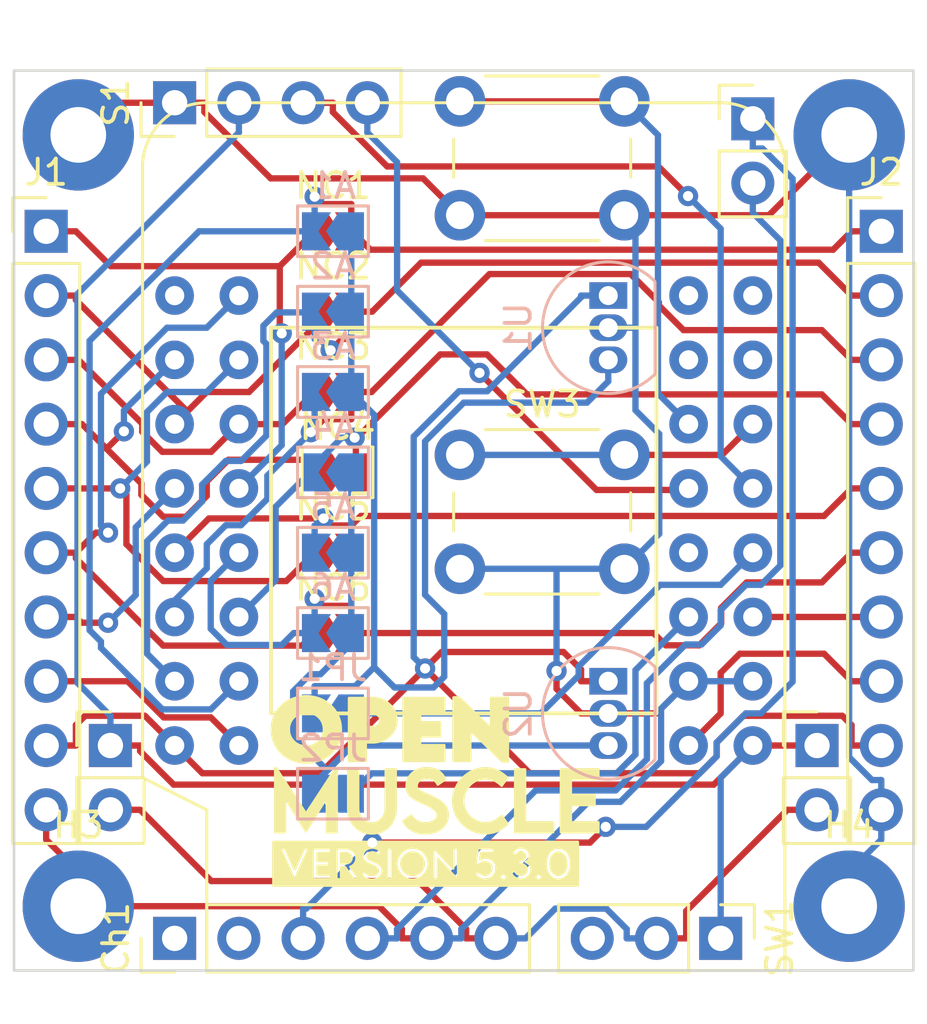
<source format=kicad_pcb>
(kicad_pcb (version 20211014) (generator pcbnew)

  (general
    (thickness 1.6)
  )

  (paper "A4")
  (layers
    (0 "F.Cu" signal)
    (31 "B.Cu" signal)
    (32 "B.Adhes" user "B.Adhesive")
    (33 "F.Adhes" user "F.Adhesive")
    (34 "B.Paste" user)
    (35 "F.Paste" user)
    (36 "B.SilkS" user "B.Silkscreen")
    (37 "F.SilkS" user "F.Silkscreen")
    (38 "B.Mask" user)
    (39 "F.Mask" user)
    (40 "Dwgs.User" user "User.Drawings")
    (41 "Cmts.User" user "User.Comments")
    (42 "Eco1.User" user "User.Eco1")
    (43 "Eco2.User" user "User.Eco2")
    (44 "Edge.Cuts" user)
    (45 "Margin" user)
    (46 "B.CrtYd" user "B.Courtyard")
    (47 "F.CrtYd" user "F.Courtyard")
    (48 "B.Fab" user)
    (49 "F.Fab" user)
    (50 "User.1" user)
    (51 "User.2" user)
    (52 "User.3" user)
    (53 "User.4" user)
    (54 "User.5" user)
    (55 "User.6" user)
    (56 "User.7" user)
    (57 "User.8" user)
    (58 "User.9" user)
  )

  (setup
    (pad_to_mask_clearance 0)
    (pcbplotparams
      (layerselection 0x00010fc_ffffffff)
      (disableapertmacros false)
      (usegerberextensions false)
      (usegerberattributes true)
      (usegerberadvancedattributes true)
      (creategerberjobfile true)
      (svguseinch false)
      (svgprecision 6)
      (excludeedgelayer true)
      (plotframeref false)
      (viasonmask false)
      (mode 1)
      (useauxorigin false)
      (hpglpennumber 1)
      (hpglpenspeed 20)
      (hpglpendiameter 15.000000)
      (dxfpolygonmode true)
      (dxfimperialunits true)
      (dxfusepcbnewfont true)
      (psnegative false)
      (psa4output false)
      (plotreference true)
      (plotvalue true)
      (plotinvisibletext false)
      (sketchpadsonfab false)
      (subtractmaskfromsilk false)
      (outputformat 1)
      (mirror false)
      (drillshape 0)
      (scaleselection 1)
      (outputdirectory "OM5-Gerber/")
    )
  )

  (net 0 "")
  (net 1 "Net-(E1-Pad133)")
  (net 2 "Net-(A1-Pad2)")
  (net 3 "Net-(A1-Pad1)")
  (net 4 "unconnected-(Ch1-Pad1)")
  (net 5 "Net-(A4-Pad1)")
  (net 6 "Net-(A2-Pad2)")
  (net 7 "Net-(A3-Pad2)")
  (net 8 "Net-(A4-Pad2)")
  (net 9 "Net-(A5-Pad2)")
  (net 10 "Net-(A6-Pad2)")
  (net 11 "Net-(Ch1-Pad3)")
  (net 12 "Net-(Ch1-Pad4)")
  (net 13 "unconnected-(Ch1-Pad2)")
  (net 14 "unconnected-(E1-Pad0)")
  (net 15 "Net-(E1-Pad1)")
  (net 16 "Net-(E1-Pad2)")
  (net 17 "Net-(E1-Pad3)")
  (net 18 "Net-(E1-Pad4)")
  (net 19 "Net-(E1-Pad5)")
  (net 20 "Net-(E1-Pad6)")
  (net 21 "Net-(E1-Pad7)")
  (net 22 "Net-(E1-Pad14)")
  (net 23 "Net-(E1-Pad15)")
  (net 24 "Net-(E1-Pad16)")
  (net 25 "Net-(E1-Pad17)")
  (net 26 "Net-(E1-Pad18)")
  (net 27 "unconnected-(E1-Pad21)")
  (net 28 "Net-(E1-Pad33)")
  (net 29 "Net-(E1-Pad34)")
  (net 30 "unconnected-(E1-Pad37)")
  (net 31 "unconnected-(E1-Pad38)")
  (net 32 "unconnected-(E1-Pad39)")
  (net 33 "unconnected-(E1-Pad40)")
  (net 34 "Net-(J1-Pad10)")
  (net 35 "Net-(Ch1-Pad6)")
  (net 36 "Net-(E1-Pad150)")
  (net 37 "Net-(E1-Pad35)")
  (net 38 "Net-(E1-Pad36)")

  (footprint "Connector_PinHeader_2.54mm:PinHeader_1x02_P2.54mm_Vertical" (layer "F.Cu") (at 181.61 78.105))

  (footprint "Jumper:SolderJumper-2_P1.3mm_Open_TrianglePad1.0x1.5mm" (layer "F.Cu") (at 165.01 82.55))

  (footprint "Connector_PinHeader_2.54mm:PinHeader_1x06_P2.54mm_Vertical" (layer "F.Cu") (at 158.75 110.49 90))

  (footprint "Connector_PinHeader_2.54mm:PinHeader_1x02_P2.54mm_Vertical" (layer "F.Cu") (at 184.15 102.87))

  (footprint "Connector_PinHeader_2.54mm:PinHeader_1x10_P2.54mm_Vertical" (layer "F.Cu") (at 153.67 82.55))

  (footprint "Jumper:SolderJumper-2_P1.3mm_Open_TrianglePad1.0x1.5mm" (layer "F.Cu") (at 165.01 88.9))

  (footprint "00TTXfootprint:ESP32-S2-mini" (layer "F.Cu") (at 170.18 73.66))

  (footprint "Button_Switch_THT:SW_PUSH_6mm" (layer "F.Cu") (at 170.03 91.385))

  (footprint "Connector_PinHeader_2.54mm:PinHeader_1x02_P2.54mm_Vertical" (layer "F.Cu") (at 156.21 102.87))

  (footprint "MountingHole:MountingHole_2.2mm_M2_Pad" (layer "F.Cu") (at 154.94 109.22))

  (footprint "Connector_PinHeader_2.54mm:PinHeader_1x04_P2.54mm_Vertical" (layer "F.Cu") (at 158.75 77.47 90))

  (footprint "Jumper:SolderJumper-2_P1.3mm_Open_TrianglePad1.0x1.5mm" (layer "F.Cu") (at 165.01 98.425))

  (footprint "MountingHole:MountingHole_2.2mm_M2_Pad" (layer "F.Cu") (at 185.42 109.22))

  (footprint "Jumper:SolderJumper-2_P1.3mm_Open_TrianglePad1.0x1.5mm" (layer "F.Cu") (at 165.01 95.25))

  (footprint "MountingHole:MountingHole_2.2mm_M2_Pad" (layer "F.Cu") (at 185.42 78.74))

  (footprint "Jumper:SolderJumper-2_P1.3mm_Open_TrianglePad1.0x1.5mm" (layer "F.Cu") (at 165.01 85.725))

  (footprint "MountingHole:MountingHole_2.2mm_M2_Pad" (layer "F.Cu") (at 154.94 78.74))

  (footprint "Connector_PinHeader_2.54mm:PinHeader_1x10_P2.54mm_Vertical" (layer "F.Cu") (at 186.69 82.55))

  (footprint "Connector_PinHeader_2.54mm:PinHeader_1x03_P2.54mm_Vertical" (layer "F.Cu") (at 180.34 110.49 -90))

  (footprint "Button_Switch_THT:SW_PUSH_6mm" (layer "F.Cu") (at 170.03 77.415))

  (footprint "Jumper:SolderJumper-2_P1.3mm_Open_TrianglePad1.0x1.5mm" (layer "F.Cu") (at 165.19 92.075))

  (footprint "Package_TO_SOT_THT:TO-92_Inline" (layer "B.Cu") (at 175.895 100.33 -90))

  (footprint "Jumper:SolderJumper-2_P1.3mm_Open_TrianglePad1.0x1.5mm" (layer "B.Cu") (at 165.01 101.6 180))

  (footprint "Jumper:SolderJumper-2_P1.3mm_Open_TrianglePad1.0x1.5mm" (layer "B.Cu") (at 165.01 104.775 180))

  (footprint "Jumper:SolderJumper-2_P1.3mm_Open_TrianglePad1.0x1.5mm" (layer "B.Cu") (at 165.01 95.25 180))

  (footprint "Jumper:SolderJumper-2_P1.3mm_Open_TrianglePad1.0x1.5mm" (layer "B.Cu") (at 165.01 92.075 180))

  (footprint "Package_TO_SOT_THT:TO-92_Inline" (layer "B.Cu") (at 175.895 85.09 -90))

  (footprint "Jumper:SolderJumper-2_P1.3mm_Open_TrianglePad1.0x1.5mm" (layer "B.Cu") (at 165.01 85.725 180))

  (footprint "Jumper:SolderJumper-2_P1.3mm_Open_TrianglePad1.0x1.5mm" (layer "B.Cu") (at 165.01 88.9 180))

  (footprint "Jumper:SolderJumper-2_P1.3mm_Open_TrianglePad1.0x1.5mm" (layer "B.Cu") (at 165.01 98.425 180))

  (footprint "Jumper:SolderJumper-2_P1.3mm_Open_TrianglePad1.0x1.5mm" (layer "B.Cu") (at 165.01 82.55 180))

  (gr_poly
    (pts
      (xy 169.411474 101.606604)
      (xy 168.453714 101.606604)
      (xy 168.453714 101.953029)
      (xy 169.242146 101.953029)
      (xy 169.242146 102.502652)
      (xy 168.453714 102.502652)
      (xy 168.453714 102.858249)
      (xy 169.411474 102.858249)
      (xy 169.411474 103.475957)
      (xy 167.802155 103.475957)
      (xy 167.802155 100.993835)
      (xy 169.411474 100.993835)
    ) (layer "F.SilkS") (width 0.1) (fill solid) (tstamp 1f415006-bfdb-4c0d-9da9-be06626aaa68))
  (gr_poly
    (pts
      (xy 163.943249 105.563325)
      (xy 165.128895 103.75853)
      (xy 165.158175 103.75853)
      (xy 165.158175 106.294979)
      (xy 164.768721 106.294979)
      (xy 164.768721 104.9181)
      (xy 163.94466 106.253352)
      (xy 163.941485 106.253352)
      (xy 163.116013 104.916689)
      (xy 163.116013 106.294979)
      (xy 162.726559 106.294979)
      (xy 162.726559 103.75853)
      (xy 162.755839 103.75853)
    ) (layer "F.SilkS") (width 0.1) (fill solid) (tstamp 2979a178-e29b-4e60-ac15-958e75318fae))
  (gr_poly
    (pts
      (xy 171.263142 102.20103)
      (xy 171.263142 100.99066)
      (xy 171.923873 100.99066)
      (xy 171.923873 103.501004)
      (xy 171.71433 103.501004)
      (xy 170.43767 102.264529)
      (xy 170.43767 103.478074)
      (xy 169.778703 103.478074)
      (xy 169.778703 100.96914)
      (xy 169.991068 100.96914)
    ) (layer "F.SilkS") (width 0.1) (fill solid) (tstamp 2d2a057e-4145-4dda-b3b7-2b98c6ae16aa))
  (gr_rect (start 162.56 86.36) (end 177.8 101.6) (layer "F.SilkS") (width 0.15) (fill none) (tstamp 2ebc34d8-f281-4932-9cd5-03a9eb5b44e6))
  (gr_poly
    (pts
      (xy 174.691674 108.403866)
      (xy 162.654948 108.403866)
      (xy 162.654948 106.926446)
      (xy 162.92058 106.926446)
      (xy 163.487122 108.184088)
      (xy 163.499822 108.184088)
      (xy 163.501898 108.1795)
      (xy 166.541017 108.1795)
      (xy 166.54137 108.179501)
      (xy 166.541207 108.179497)
      (xy 166.541017 108.1795)
      (xy 163.501898 108.1795)
      (xy 163.511314 108.158687)
      (xy 164.205706 108.158687)
      (xy 164.939812 108.158687)
      (xy 164.939812 107.966073)
      (xy 164.399375 107.966073)
      (xy 164.399375 107.624939)
      (xy 164.865731 107.624939)
      (xy 164.865731 107.432324)
      (xy 164.399375 107.432324)
      (xy 164.399375 107.116591)
      (xy 164.939812 107.116591)
      (xy 164.939812 106.926093)
      (xy 165.140889 106.926093)
      (xy 165.141595 108.158687)
      (xy 165.33491 108.158687)
      (xy 165.33491 107.681736)
      (xy 165.486247 107.681736)
      (xy 165.818199 108.158687)
      (xy 166.056317 108.158687)
      (xy 165.899005 107.942436)
      (xy 166.114876 107.942436)
      (xy 166.129009 107.968527)
      (xy 166.145052 107.993441)
      (xy 166.162951 108.017106)
      (xy 166.182656 108.039455)
      (xy 166.204116 108.060417)
      (xy 166.22728 108.079922)
      (xy 166.252097 108.0979)
      (xy 166.278515 108.114282)
      (xy 166.306483 108.128998)
      (xy 166.33595 108.141978)
      (xy 166.366865 108.153153)
      (xy 166.399177 108.162452)
      (xy 166.432835 108.169807)
      (xy 166.467787 108.175146)
      (xy 166.503982 108.178401)
      (xy 166.541207 108.179497)
      (xy 166.564253 108.17909)
      (xy 166.587113 108.177866)
      (xy 166.609574 108.17584)
      (xy 166.631612 108.173025)
      (xy 166.653204 108.16943)
      (xy 166.674326 108.165068)
      (xy 166.694953 108.159951)
      (xy 166.699288 108.158687)
      (xy 167.147069 108.158687)
      (xy 167.340384 108.158687)
      (xy 167.340384 107.543801)
      (xy 167.518531 107.543801)
      (xy 167.519362 107.576287)
      (xy 167.521826 107.608366)
      (xy 167.525883 107.639998)
      (xy 167.531493 107.67114)
      (xy 167.538616 107.701753)
      (xy 167.54721 107.731796)
      (xy 167.557235 107.761227)
      (xy 167.568652 107.790005)
      (xy 167.581418 107.81809)
      (xy 167.595494 107.84544)
      (xy 167.61084 107.872015)
      (xy 167.627414 107.897773)
      (xy 167.645176 107.922675)
      (xy 167.664087 107.946678)
      (xy 167.684104 107.969741)
      (xy 167.705188 107.991825)
      (xy 167.727299 108.012887)
      (xy 167.750395 108.032888)
      (xy 167.774437 108.051785)
      (xy 167.799383 108.069539)
      (xy 167.825194 108.086107)
      (xy 167.851828 108.10145)
      (xy 167.879246 108.115526)
      (xy 167.907406 108.128294)
      (xy 167.936269 108.139713)
      (xy 167.965793 108.149742)
      (xy 167.995939 108.158341)
      (xy 168.026665 108.165469)
      (xy 168.057932 108.171083)
      (xy 168.089698 108.175145)
      (xy 168.121924 108.177611)
      (xy 168.154568 108.178443)
      (xy 168.154569 108.178443)
      (xy 168.187282 108.177611)
      (xy 168.219583 108.175145)
      (xy 168.251429 108.171083)
      (xy 168.28278 108.165469)
      (xy 168.305999 108.160098)
      (xy 168.970516 108.160098)
      (xy 169.163832 108.160098)
      (xy 169.163832 107.356478)
      (xy 169.952263 108.179854)
      (xy 169.961435 108.179854)
      (xy 169.961435 107.909275)
      (xy 170.598178 107.909275)
      (xy 170.612156 107.938182)
      (xy 170.628462 107.965721)
      (xy 170.646955 107.991825)
      (xy 170.66749 108.016425)
      (xy 170.689925 108.039452)
      (xy 170.714117 108.060837)
      (xy 170.739921 108.080511)
      (xy 170.767196 108.098407)
      (xy 170.795798 108.114454)
      (xy 170.825584 108.128585)
      (xy 170.85641 108.14073)
      (xy 170.888134 108.150821)
      (xy 170.920613 108.15879)
      (xy 170.953703 108.164566)
      (xy 170.987261 108.168083)
      (xy 171.021144 108.16927)
      (xy 171.020792 108.169623)
      (xy 171.044032 108.169095)
      (xy 171.066968 108.167522)
      (xy 171.089572 108.164925)
      (xy 171.111816 108.161319)
      (xy 171.133671 108.156726)
      (xy 171.155109 108.151161)
      (xy 171.176101 108.144645)
      (xy 171.196618 108.137195)
      (xy 171.216633 108.12883)
      (xy 171.236117 108.119568)
      (xy 171.25504 108.109428)
      (xy 171.273376 108.098428)
      (xy 171.291095 108.086586)
      (xy 171.308168 108.073921)
      (xy 171.319643 108.064496)
      (xy 171.620846 108.064496)
      (xy 171.621016 108.071105)
      (xy 171.621521 108.077632)
      (xy 171.622352 108.084067)
      (xy 171.623501 108.090402)
      (xy 171.62496 108.09663)
      (xy 171.62672 108.102742)
      (xy 171.628772 108.10873)
      (xy 171.631109 108.114585)
      (xy 171.633722 108.120298)
      (xy 171.636602 108.125863)
      (xy 171.639742 108.131269)
      (xy 171.643132 108.13651)
      (xy 171.646765 108.141576)
      (xy 171.650631 108.146459)
      (xy 171.654723 108.151151)
      (xy 171.659033 108.155644)
      (xy 171.663551 108.15993)
      (xy 171.668269 108.163999)
      (xy 171.67318 108.167843)
      (xy 171.678274 108.171455)
      (xy 171.683543 108.174826)
      (xy 171.688979 108.177948)
      (xy 171.694573 108.180811)
      (xy 171.700317 108.183409)
      (xy 171.706203 108.185732)
      (xy 171.712222 108.187773)
      (xy 171.718366 108.189522)
      (xy 171.724627 108.190972)
      (xy 171.730995 108.192115)
      (xy 171.737463 108.192941)
      (xy 171.744022 108.193443)
      (xy 171.750664 108.193612)
      (xy 171.757275 108.193444)
      (xy 171.763807 108.192945)
      (xy 171.770251 108.192123)
      (xy 171.7766 108.190987)
      (xy 171.782844 108.189544)
      (xy 171.788974 108.187803)
      (xy 171.794983 108.185772)
      (xy 171.800861 108.183459)
      (xy 171.806601 108.180872)
      (xy 171.812193 108.178019)
      (xy 171.817628 108.174908)
      (xy 171.822899 108.171548)
      (xy 171.827996 108.167947)
      (xy 171.832912 108.164113)
      (xy 171.837637 108.160053)
      (xy 171.842163 108.155777)
      (xy 171.846481 108.151292)
      (xy 171.850582 108.146606)
      (xy 171.854459 108.141728)
      (xy 171.858102 108.136665)
      (xy 171.861504 108.131426)
      (xy 171.864654 108.126019)
      (xy 171.867545 108.120452)
      (xy 171.870169 108.114734)
      (xy 171.872516 108.108871)
      (xy 171.874578 108.102874)
      (xy 171.876346 108.096748)
      (xy 171.877812 108.090504)
      (xy 171.878967 108.084148)
      (xy 171.879803 108.07769)
      (xy 171.88031 108.071136)
      (xy 171.880482 108.064496)
      (xy 171.880308 108.057947)
      (xy 171.879795 108.05147)
      (xy 171.87895 108.045072)
      (xy 171.877783 108.038763)
      (xy 171.876302 108.032551)
      (xy 171.874517 108.026447)
      (xy 171.872437 108.020459)
      (xy 171.87007 108.014595)
      (xy 171.867425 108.008866)
      (xy 171.864512 108.003279)
      (xy 171.86134 107.997844)
      (xy 171.857916 107.99257)
      (xy 171.854252 107.987465)
      (xy 171.850354 107.98254)
      (xy 171.846234 107.977802)
      (xy 171.841898 107.97326)
      (xy 171.837357 107.968925)
      (xy 171.832619 107.964804)
      (xy 171.827693 107.960906)
      (xy 171.822589 107.957241)
      (xy 171.817315 107.953818)
      (xy 171.81188 107.950646)
      (xy 171.806293 107.947733)
      (xy 171.800564 107.945088)
      (xy 171.7947 107.942721)
      (xy 171.788712 107.94064)
      (xy 171.782608 107.938855)
      (xy 171.776397 107.937374)
      (xy 171.770088 107.936207)
      (xy 171.76369 107.935362)
      (xy 171.757212 107.934849)
      (xy 171.750664 107.934676)
      (xy 171.744053 107.934847)
      (xy 171.737521 107.935355)
      (xy 171.731076 107.93619)
      (xy 171.724728 107.937346)
      (xy 171.718484 107.938812)
      (xy 171.712353 107.94058)
      (xy 171.706345 107.942642)
      (xy 171.700466 107.944989)
      (xy 171.694727 107.947612)
      (xy 171.689135 107.950504)
      (xy 171.6837 107.953654)
      (xy 171.678429 107.957055)
      (xy 171.673331 107.960699)
      (xy 171.668416 107.964576)
      (xy 171.663691 107.968678)
      (xy 171.659165 107.972996)
      (xy 171.654847 107.977522)
      (xy 171.650745 107.982247)
      (xy 171.646868 107.987162)
      (xy 171.643225 107.99226)
      (xy 171.639824 107.997531)
      (xy 171.636673 108.002967)
      (xy 171.633782 108.008558)
      (xy 171.631159 108.014298)
      (xy 171.628812 108.020176)
      (xy 171.62675 108.026185)
      (xy 171.624982 108.032316)
      (xy 171.623516 108.03856)
      (xy 171.62236 108.044909)
      (xy 171.621525 108.051353)
      (xy 171.621017 108.057885)
      (xy 171.620846 108.064496)
      (xy 171.319643 108.064496)
      (xy 171.324568 108.060452)
      (xy 171.340266 108.046196)
      (xy 171.355232 108.031172)
      (xy 171.36944 108.015399)
      (xy 171.38286 107.998894)
      (xy 171.395464 107.981677)
      (xy 171.407224 107.963766)
      (xy 171.41811 107.945179)
      (xy 171.428095 107.925934)
      (xy 171.437149 107.906051)
      (xy 171.445245 107.885546)
      (xy 171.452224 107.864826)
      (xy 172.028996 107.864826)
      (xy 172.033325 107.880631)
      (xy 172.038427 107.896216)
      (xy 172.044281 107.911564)
      (xy 172.050867 107.926656)
      (xy 172.06615 107.955997)
      (xy 172.08411 107.984091)
      (xy 172.104582 108.01079)
      (xy 172.127399 108.035946)
      (xy 172.152396 108.059409)
      (xy 172.179407 108.081033)
      (xy 172.208265 108.100668)
      (xy 172.238806 108.118166)
      (xy 172.270862 108.133379)
      (xy 172.304269 108.146158)
      (xy 172.338861 108.156356)
      (xy 172.37447 108.163824)
      (xy 172.392605 108.166488)
      (xy 172.410933 108.168413)
      (xy 172.429432 108.169582)
      (xy 172.448082 108.169976)
      (xy 172.448081 108.169272)
      (xy 172.469788 108.168759)
      (xy 172.49117 108.167238)
      (xy 172.512206 108.164736)
      (xy 172.532869 108.161282)
      (xy 172.553137 108.156903)
      (xy 172.572986 108.151626)
      (xy 172.592391 108.14548)
      (xy 172.611329 108.138492)
      (xy 172.629775 108.13069)
      (xy 172.647706 108.1221)
      (xy 172.665097 108.112752)
      (xy 172.681925 108.102672)
      (xy 172.698166 108.091888)
      (xy 172.713796 108.080428)
      (xy 172.72879 108.068319)
      (xy 172.733095 108.064496)
      (xy 173.011802 108.064496)
      (xy 173.011972 108.071105)
      (xy 173.012477 108.077632)
      (xy 173.013308 108.084067)
      (xy 173.014457 108.090402)
      (xy 173.015916 108.09663)
      (xy 173.017676 108.102742)
      (xy 173.019728 108.10873)
      (xy 173.022065 108.114585)
      (xy 173.024678 108.120298)
      (xy 173.027558 108.125863)
      (xy 173.030698 108.131269)
      (xy 173.034088 108.13651)
      (xy 173.037721 108.141576)
      (xy 173.041587 108.146459)
      (xy 173.045679 108.151151)
      (xy 173.049989 108.155644)
      (xy 173.054507 108.15993)
      (xy 173.059225 108.163999)
      (xy 173.064136 108.167843)
      (xy 173.06923 108.171455)
      (xy 173.074499 108.174826)
      (xy 173.079935 108.177948)
      (xy 173.085529 108.180811)
      (xy 173.091273 108.183409)
      (xy 173.097159 108.185732)
      (xy 173.103178 108.187773)
      (xy 173.109322 108.189522)
      (xy 173.115582 108.190972)
      (xy 173.121951 108.192115)
      (xy 173.128419 108.192941)
      (xy 173.134978 108.193443)
      (xy 173.14162 108.193612)
      (xy 173.14823 108.193444)
      (xy 173.154762 108.192945)
      (xy 173.161207 108.192123)
      (xy 173.167555 108.190987)
      (xy 173.173799 108.189544)
      (xy 173.17993 108.187803)
      (xy 173.185939 108.185772)
      (xy 173.191817 108.183459)
      (xy 173.197556 108.180872)
      (xy 173.203148 108.178019)
      (xy 173.208584 108.174908)
      (xy 173.213855 108.171548)
      (xy 173.218952 108.167947)
      (xy 173.223867 108.164113)
      (xy 173.228592 108.160053)
      (xy 173.233118 108.155777)
      (xy 173.237436 108.151292)
      (xy 173.241538 108.146606)
      (xy 173.245415 108.141728)
      (xy 173.249058 108.136665)
      (xy 173.252459 108.131426)
      (xy 173.25561 108.126019)
      (xy 173.258501 108.120452)
      (xy 173.261125 108.114734)
      (xy 173.263472 108.108871)
      (xy 173.265533 108.102874)
      (xy 173.267302 108.096748)
      (xy 173.268768 108.090504)
      (xy 173.269923 108.084148)
      (xy 173.270759 108.07769)
      (xy 173.271266 108.071136)
      (xy 173.271438 108.064496)
      (xy 173.271264 108.057947)
      (xy 173.270751 108.05147)
      (xy 173.269906 108.045072)
      (xy 173.268739 108.038763)
      (xy 173.267258 108.032551)
      (xy 173.265473 108.026447)
      (xy 173.263392 108.020459)
      (xy 173.261025 108.014595)
      (xy 173.258381 108.008866)
      (xy 173.255468 108.003279)
      (xy 173.252295 107.997844)
      (xy 173.248872 107.99257)
      (xy 173.245207 107.987465)
      (xy 173.24131 107.98254)
      (xy 173.237189 107.977802)
      (xy 173.232854 107.97326)
      (xy 173.228312 107.968925)
      (xy 173.223574 107.964804)
      (xy 173.218649 107.960906)
      (xy 173.213544 107.957241)
      (xy 173.20827 107.953818)
      (xy 173.202835 107.950646)
      (xy 173.197249 107.947733)
      (xy 173.191519 107.945088)
      (xy 173.185656 107.942721)
      (xy 173.179668 107.94064)
      (xy 173.173564 107.938855)
      (xy 173.167353 107.937374)
      (xy 173.161044 107.936207)
      (xy 173.154646 107.935362)
      (xy 173.148168 107.934849)
      (xy 173.14162 107.934676)
      (xy 173.135009 107.934847)
      (xy 173.128477 107.935355)
      (xy 173.122032 107.93619)
      (xy 173.115684 107.937346)
      (xy 173.10944 107.938812)
      (xy 173.103309 107.94058)
      (xy 173.097301 107.942642)
      (xy 173.091422 107.944989)
      (xy 173.085683 107.947612)
      (xy 173.080091 107.950504)
      (xy 173.074655 107.953654)
      (xy 173.069385 107.957055)
      (xy 173.064287 107.960699)
      (xy 173.059372 107.964576)
      (xy 173.054647 107.968678)
      (xy 173.050121 107.972996)
      (xy 173.045803 107.977522)
      (xy 173.041701 107.982247)
      (xy 173.037824 107.987162)
      (xy 173.034181 107.99226)
      (xy 173.03078 107.997531)
      (xy 173.027629 108.002967)
      (xy 173.024738 108.008558)
      (xy 173.022115 108.014298)
      (xy 173.019768 108.020176)
      (xy 173.017706 108.026185)
      (xy 173.015937 108.032316)
      (xy 173.014471 108.03856)
      (xy 173.013316 108.044909)
      (xy 173.012481 108.051353)
      (xy 173.011973 108.057885)
      (xy 173.011802 108.064496)
      (xy 172.733095 108.064496)
      (xy 172.743125 108.05559)
      (xy 172.756777 108.042267)
      (xy 172.769722 108.028379)
      (xy 172.781936 108.013953)
      (xy 172.793395 107.999016)
      (xy 172.804075 107.983597)
      (xy 172.813952 107.967723)
      (xy 172.823002 107.951422)
      (xy 172.831201 107.93472)
      (xy 172.838525 107.917647)
      (xy 172.84495 107.900229)
      (xy 172.850453 107.882495)
      (xy 172.855009 107.864471)
      (xy 172.858594 107.846186)
      (xy 172.861185 107.827667)
      (xy 172.862757 107.808942)
      (xy 172.863286 107.790038)
      (xy 172.863004 107.774385)
      (xy 172.862165 107.759106)
      (xy 172.860783 107.744202)
      (xy 172.858868 107.729671)
      (xy 172.856434 107.715512)
      (xy 172.853491 107.701725)
      (xy 172.850054 107.688308)
      (xy 172.846133 107.67526)
      (xy 172.84174 107.662581)
      (xy 172.836889 107.650269)
      (xy 172.83159 107.638324)
      (xy 172.825857 107.626745)
      (xy 172.819701 107.61553)
      (xy 172.813134 107.604678)
      (xy 172.806169 107.594189)
      (xy 172.798818 107.584062)
      (xy 172.791093 107.574296)
      (xy 172.783005 107.564889)
      (xy 172.774568 107.555841)
      (xy 172.765793 107.547151)
      (xy 172.760208 107.542037)
      (xy 173.419951 107.542037)
      (xy 173.420543 107.576476)
      (xy 173.422306 107.610257)
      (xy 173.425221 107.64335)
      (xy 173.429268 107.675727)
      (xy 173.434427 107.70736)
      (xy 173.44068 107.73822)
      (xy 173.448005 107.768278)
      (xy 173.456385 107.797507)
      (xy 173.4658 107.825877)
      (xy 173.476229 107.85336)
      (xy 173.487654 107.879929)
      (xy 173.500055 107.905553)
      (xy 173.513413 107.930205)
      (xy 173.527707 107.953856)
      (xy 173.542919 107.976478)
      (xy 173.559029 107.998043)
      (xy 173.576018 108.018521)
      (xy 173.593865 108.037884)
      (xy 173.612552 108.056104)
      (xy 173.632059 108.073153)
      (xy 173.652366 108.089001)
      (xy 173.673454 108.10362)
      (xy 173.695303 108.116983)
      (xy 173.717895 108.12906)
      (xy 173.741209 108.139822)
      (xy 173.765226 108.149243)
      (xy 173.789926 108.157292)
      (xy 173.81529 108.163941)
      (xy 173.841299 108.169162)
      (xy 173.867932 108.172927)
      (xy 173.895171 108.175207)
      (xy 173.922995 108.175973)
      (xy 173.950789 108.175209)
      (xy 173.978001 108.172935)
      (xy 174.004611 108.169179)
      (xy 174.030599 108.16397)
      (xy 174.055947 108.157335)
      (xy 174.080634 108.149303)
      (xy 174.10464 108.139902)
      (xy 174.127947 108.129159)
      (xy 174.150533 108.117103)
      (xy 174.17238 108.103763)
      (xy 174.193468 108.089165)
      (xy 174.213777 108.073339)
      (xy 174.233287 108.056311)
      (xy 174.251979 108.038112)
      (xy 174.269833 108.018768)
      (xy 174.286829 107.998307)
      (xy 174.302948 107.976758)
      (xy 174.318169 107.954149)
      (xy 174.332474 107.930508)
      (xy 174.345842 107.905863)
      (xy 174.358254 107.880242)
      (xy 174.36969 107.853673)
      (xy 174.389556 107.797804)
      (xy 174.405281 107.738481)
      (xy 174.416709 107.675929)
      (xy 174.423681 107.610373)
      (xy 174.42604 107.542037)
      (xy 174.425447 107.507533)
      (xy 174.423681 107.473693)
      (xy 174.420761 107.440544)
      (xy 174.416709 107.408114)
      (xy 174.411542 107.376433)
      (xy 174.405281 107.345528)
      (xy 174.397946 107.315427)
      (xy 174.389556 107.28616)
      (xy 174.380131 107.257754)
      (xy 174.369691 107.230238)
      (xy 174.358255 107.20364)
      (xy 174.345843 107.177988)
      (xy 174.332475 107.153312)
      (xy 174.31817 107.129638)
      (xy 174.302949 107.106996)
      (xy 174.28683 107.085415)
      (xy 174.269834 107.064921)
      (xy 174.25198 107.045544)
      (xy 174.233288 107.027312)
      (xy 174.213778 107.010254)
      (xy 174.193469 106.994397)
      (xy 174.172381 106.97977)
      (xy 174.150534 106.966402)
      (xy 174.127947 106.95432)
      (xy 174.104641 106.943554)
      (xy 174.080634 106.934131)
      (xy 174.055947 106.92608)
      (xy 174.0306 106.919429)
      (xy 174.004611 106.914207)
      (xy 173.978001 106.910442)
      (xy 173.950789 106.908162)
      (xy 173.922995 106.907396)
      (xy 173.895202 106.908164)
      (xy 173.86799 106.91045)
      (xy 173.84138 106.914224)
      (xy 173.815391 106.919458)
      (xy 173.790044 106.926124)
      (xy 173.765357 106.934191)
      (xy 173.74135 106.943633)
      (xy 173.718044 106.954419)
      (xy 173.695457 106.966522)
      (xy 173.67361 106.979912)
      (xy 173.652522 106.994561)
      (xy 173.632214 107.01044)
      (xy 173.612703 107.027519)
      (xy 173.594011 107.045772)
      (xy 173.576158 107.065168)
      (xy 173.559161 107.085679)
      (xy 173.543043 107.107276)
      (xy 173.527821 107.129931)
      (xy 173.513516 107.153615)
      (xy 173.500148 107.178298)
      (xy 173.487736 107.203953)
      (xy 173.4763 107.23055)
      (xy 173.456435 107.286457)
      (xy 173.44071 107.345789)
      (xy 173.429282 107.408317)
      (xy 173.42231 107.473809)
      (xy 173.419951 107.542037)
      (xy 172.760208 107.542037)
      (xy 172.756693 107.538818)
      (xy 172.747279 107.53084)
      (xy 172.737564 107.523218)
      (xy 172.727559 107.515949)
      (xy 172.706732 107.50247)
      (xy 172.684894 107.490394)
      (xy 172.662143 107.479715)
      (xy 172.638574 107.470425)
      (xy 172.654977 107.463054)
      (xy 172.670924 107.454454)
      (xy 172.686332 107.444652)
      (xy 172.701119 107.433676)
      (xy 172.715201 107.421552)
      (xy 172.728495 107.408308)
      (xy 172.740918 107.393972)
      (xy 172.752386 107.378571)
      (xy 172.762816 107.362133)
      (xy 172.772126 107.344684)
      (xy 172.780232 107.326252)
      (xy 172.78705 107.306864)
      (xy 172.792498 107.286549)
      (xy 172.796493 107.265333)
      (xy 172.798951 107.243243)
      (xy 172.799788 107.220308)
      (xy 172.799311 107.202631)
      (xy 172.797895 107.185264)
      (xy 172.795566 107.168224)
      (xy 172.792347 107.151527)
      (xy 172.788265 107.135189)
      (xy 172.783343 107.119227)
      (xy 172.777608 107.103657)
      (xy 172.771082 107.088497)
      (xy 172.763792 107.073761)
      (xy 172.755762 107.059467)
      (xy 172.747016 107.045632)
      (xy 172.73758 107.032271)
      (xy 172.727479 107.019401)
      (xy 172.716737 107.007039)
      (xy 172.705379 106.995202)
      (xy 172.69343 106.983904)
      (xy 172.680914 106.973164)
      (xy 172.667857 106.962997)
      (xy 172.654283 106.953421)
      (xy 172.640217 106.944451)
      (xy 172.625684 106.936104)
      (xy 172.610709 106.928396)
      (xy 172.595316 106.921344)
      (xy 172.57953 106.914964)
      (xy 172.563377 106.909274)
      (xy 172.54688 106.904288)
      (xy 172.530065 106.900025)
      (xy 172.512957 106.8965)
      (xy 172.49558 106.893729)
      (xy 172.477959 106.89173)
      (xy 172.460119 106.890518)
      (xy 172.442084 106.89011)
      (xy 172.425018 106.890488)
      (xy 172.408221 106.891608)
      (xy 172.391706 106.893449)
      (xy 172.375482 106.89599)
      (xy 172.359563 106.899211)
      (xy 172.343958 106.903091)
      (xy 172.328679 106.907608)
      (xy 172.313738 106.912743)
      (xy 172.299146 106.918474)
      (xy 172.284913 106.924781)
      (xy 172.271052 106.931642)
      (xy 172.257574 106.939037)
      (xy 172.24449 106.946946)
      (xy 172.231811 106.955346)
      (xy 172.219549 106.964218)
      (xy 172.207715 106.973541)
      (xy 172.19632 106.983294)
      (xy 172.185376 106.993457)
      (xy 172.174893 107.004007)
      (xy 172.164884 107.014925)
      (xy 172.155359 107.02619)
      (xy 172.146329 107.03778)
      (xy 172.137807 107.049676)
      (xy 172.129803 107.061856)
      (xy 172.122329 107.0743)
      (xy 172.115396 107.086987)
      (xy 172.109015 107.099895)
      (xy 172.103198 107.113005)
      (xy 172.097955 107.126294)
      (xy 172.093299 107.139744)
      (xy 172.08924 107.153332)
      (xy 172.085791 107.167038)
      (xy 172.283692 107.208313)
      (xy 172.285197 107.201365)
      (xy 172.286994 107.194546)
      (xy 172.289076 107.187864)
      (xy 172.291435 107.181323)
      (xy 172.294065 107.17493)
      (xy 172.296958 107.168691)
      (xy 172.300106 107.162612)
      (xy 172.303502 107.156698)
      (xy 172.30714 107.150956)
      (xy 172.31101 107.145391)
      (xy 172.315107 107.140009)
      (xy 172.319422 107.134817)
      (xy 172.323949 107.129821)
      (xy 172.32868 107.125026)
      (xy 172.333607 107.120437)
      (xy 172.338724 107.116062)
      (xy 172.344022 107.111907)
      (xy 172.349496 107.107976)
      (xy 172.355136 107.104276)
      (xy 172.360936 107.100813)
      (xy 172.366888 107.097593)
      (xy 172.372986 107.094622)
      (xy 172.379221 107.091906)
      (xy 172.385587 107.08945)
      (xy 172.392075 107.087261)
      (xy 172.39868 107.085344)
      (xy 172.405392 107.083707)
      (xy 172.412206 107.082353)
      (xy 172.419113 107.08129)
      (xy 172.426106 107.080523)
      (xy 172.433178 107.080059)
      (xy 172.440321 107.079903)
      (xy 172.448802 107.08009)
      (xy 172.457174 107.080646)
      (xy 172.465425 107.081565)
      (xy 172.473546 107.08284)
      (xy 172.481525 107.084463)
      (xy 172.489354 107.086428)
      (xy 172.49702 107.088729)
      (xy 172.504513 107.091357)
      (xy 172.511824 107.094307)
      (xy 172.518941 107.097572)
      (xy 172.525855 107.101144)
      (xy 172.532554 107.105018)
      (xy 172.539028 107.109185)
      (xy 172.545268 107.11364)
      (xy 172.551261 107.118374)
      (xy 172.556998 107.123383)
      (xy 172.562469 107.128658)
      (xy 172.567662 107.134193)
      (xy 172.572568 107.13998)
      (xy 172.577176 107.146014)
      (xy 172.581476 107.152287)
      (xy 172.585456 107.158793)
      (xy 172.589107 107.165524)
      (xy 172.592418 107.172474)
      (xy 172.595379 107.179635)
      (xy 172.597979 107.187002)
      (xy 172.600207 107.194567)
      (xy 172.602054 107.202323)
      (xy 172.603509 107.210264)
      (xy 172.604561 107.218382)
      (xy 172.6052 107.226671)
      (xy 172.605415 107.235124)
      (xy 172.605045 107.245898)
      (xy 172.603946 107.256389)
      (xy 172.602141 107.266593)
      (xy 172.599649 107.276506)
      (xy 172.596491 107.286125)
      (xy 172.592689 107.295445)
      (xy 172.588261 107.304463)
      (xy 172.58323 107.313175)
      (xy 172.577615 107.321577)
      (xy 172.571437 107.329665)
      (xy 172.564717 107.337435)
      (xy 172.557476 107.344884)
      (xy 172.549733 107.352007)
      (xy 172.54151 107.3588)
      (xy 172.523706 107.371383)
      (xy 172.504227 107.382602)
      (xy 172.483239 107.392426)
      (xy 172.460906 107.400823)
      (xy 172.437394 107.407763)
      (xy 172.412867 107.413215)
      (xy 172.387489 107.417148)
      (xy 172.361427 107.41953)
      (xy 172.334844 107.420331)
      (xy 172.304153 107.533571)
      (xy 172.323913 107.533688)
      (xy 172.343297 107.534363)
      (xy 172.362287 107.535589)
      (xy 172.380869 107.537359)
      (xy 172.399026 107.539665)
      (xy 172.41674 107.542499)
      (xy 172.433996 107.545854)
      (xy 172.450777 107.549721)
      (xy 172.467066 107.554094)
      (xy 172.482848 107.558965)
      (xy 172.498105 107.564326)
      (xy 172.512821 107.57017)
      (xy 172.52698 107.576488)
      (xy 172.540566 107.583274)
      (xy 172.553561 107.590519)
      (xy 172.565949 107.598217)
      (xy 172.577714 107.606359)
      (xy 172.58884 107.614937)
      (xy 172.599309 107.623945)
      (xy 172.609106 107.633374)
      (xy 172.618213 107.643218)
      (xy 172.626615 107.653467)
      (xy 172.634295 107.664116)
      (xy 172.641237 107.675155)
      (xy 172.647424 107.686578)
      (xy 172.652839 107.698376)
      (xy 172.657466 107.710543)
      (xy 172.661289 107.72307)
      (xy 172.664291 107.73595)
      (xy 172.666456 107.749176)
      (xy 172.667766 107.762739)
      (xy 172.668207 107.776633)
      (xy 172.667934 107.78643)
      (xy 172.667121 107.796165)
      (xy 172.66578 107.805822)
      (xy 172.663919 107.815385)
      (xy 172.661551 107.824837)
      (xy 172.658685 107.834161)
      (xy 172.655331 107.843342)
      (xy 172.6515 107.852363)
      (xy 172.647203 107.861208)
      (xy 172.64245 107.869861)
      (xy 172.63725 107.878304)
      (xy 172.631615 107.886523)
      (xy 172.625556 107.894499)
      (xy 172.619081 107.902218)
      (xy 172.612203 107.909663)
      (xy 172.60493 107.916816)
      (xy 172.597274 107.923663)
      (xy 172.589245 107.930187)
      (xy 172.580854 107.936371)
      (xy 172.57211 107.942199)
      (xy 172.563024 107.947655)
      (xy 172.553607 107.952722)
      (xy 172.543869 107.957384)
      (xy 172.53382 107.961624)
      (xy 172.523471 107.965427)
      (xy 172.512833 107.968776)
      (xy 172.501914 107.971655)
      (xy 172.490727 107.974046)
      (xy 172.479281 107.975935)
      (xy 172.467587 107.977305)
      (xy 172.455655 107.978138)
      (xy 172.443496 107.97842)
      (xy 172.433574 107.978219)
      (xy 172.423726 107.977624)
      (xy 172.413962 107.976642)
      (xy 172.404295 107.975282)
      (xy 172.394735 107.973551)
      (xy 172.385294 107.971457)
      (xy 172.375983 107.96901)
      (xy 172.366813 107.966216)
      (xy 172.357797 107.963084)
      (xy 172.348945 107.959623)
      (xy 172.340269 107.955839)
      (xy 172.33178 107.951742)
      (xy 172.323489 107.94734)
      (xy 172.315408 107.942641)
      (xy 172.307548 107.937652)
      (xy 172.29992 107.932383)
      (xy 172.292537 107.92684)
      (xy 172.285409 107.921033)
      (xy 172.278547 107.914969)
      (xy 172.271964 107.908657)
      (xy 172.26567 107.902105)
      (xy 172.259676 107.89532)
      (xy 172.253995 107.888312)
      (xy 172.248637 107.881087)
      (xy 172.243614 107.873655)
      (xy 172.238937 107.866023)
      (xy 172.234618 107.8582)
      (xy 172.230668 107.850193)
      (xy 172.227098 107.842011)
      (xy 172.22392 107.833662)
      (xy 172.221145 107.825155)
      (xy 172.218784 107.816496)
      (xy 172.028996 107.864826)
      (xy 171.452224 107.864826)
      (xy 171.452354 107.86444)
      (xy 171.458448 107.84275)
      (xy 171.463497 107.820494)
      (xy 171.467474 107.797691)
      (xy 171.47035 107.77436)
      (xy 171.472096 107.750518)
      (xy 171.472685 107.726185)
      (xy 171.472196 107.703452)
      (xy 171.470739 107.681108)
      (xy 171.468328 107.659172)
      (xy 171.464976 107.637668)
      (xy 171.460696 107.616618)
      (xy 171.455503 107.596043)
      (xy 171.449409 107.575966)
      (xy 171.44243 107.556407)
      (xy 171.434577 107.53739)
      (xy 171.425865 107.518935)
      (xy 171.416308 107.501065)
      (xy 171.405919 107.483802)
      (xy 171.394712 107.467168)
      (xy 171.3827 107.451184)
      (xy 171.369897 107.435873)
      (xy 171.356316 107.421256)
      (xy 171.341972 107.407355)
      (xy 171.326878 107.394192)
      (xy 171.311047 107.38179)
      (xy 171.294493 107.370169)
      (xy 171.27723 107.359352)
      (xy 171.259272 107.349361)
      (xy 171.240631 107.340217)
      (xy 171.221323 107.331943)
      (xy 171.201359 107.32456)
      (xy 171.180754 107.318091)
      (xy 171.159522 107.312557)
      (xy 171.137676 107.30798)
      (xy 171.11523 107.304382)
      (xy 171.092197 107.301785)
      (xy 171.068592 107.30021)
      (xy 171.044427 107.299681)
      (xy 171.029653 107.299915)
      (xy 171.015099 107.300633)
      (xy 171.00077 107.301853)
      (xy 170.986672 107.303594)
      (xy 170.97281 107.305877)
      (xy 170.959188 107.308722)
      (xy 170.945813 107.312147)
      (xy 170.932688 107.316173)
      (xy 170.91982 107.320819)
      (xy 170.907214 107.326104)
      (xy 170.894873 107.332049)
      (xy 170.882805 107.338673)
      (xy 170.871014 107.345996)
      (xy 170.859505 107.354037)
      (xy 170.848283 107.362816)
      (xy 170.837354 107.372352)
      (xy 170.876511 107.118355)
      (xy 171.365797 107.118355)
      (xy 171.365797 106.92574)
      (xy 170.730465 106.92574)
      (xy 170.639452 107.566378)
      (xy 170.748104 107.631289)
      (xy 170.757599 107.615014)
      (xy 170.768555 107.59955)
      (xy 170.780868 107.58493)
      (xy 170.794437 107.571185)
      (xy 170.80916 107.55835)
      (xy 170.824934 107.546458)
      (xy 170.841656 107.535541)
      (xy 170.859225 107.525633)
      (xy 170.877538 107.516767)
      (xy 170.896493 107.508976)
      (xy 170.915987 107.502292)
      (xy 170.935918 107.49675)
      (xy 170.956184 107.492382)
      (xy 170.976683 107.48922)
      (xy 170.997312 107.487299)
      (xy 171.017969 107.486652)
      (xy 171.03195 107.486927)
      (xy 171.045645 107.487749)
      (xy 171.059041 107.489108)
      (xy 171.07213 107.490997)
      (xy 171.084901 107.493407)
      (xy 171.097344 107.49633)
      (xy 171.109448 107.499759)
      (xy 171.121203 107.503684)
      (xy 171.132598 107.508098)
      (xy 171.143625 107.512994)
      (xy 171.154272 107.518361)
      (xy 171.164529 107.524193)
      (xy 171.174385 107.530482)
      (xy 171.183831 107.537218)
      (xy 171.192857 107.544395)
      (xy 171.201451 107.552003)
      (xy 171.209604 107.560035)
      (xy 171.217306 107.568483)
      (xy 171.224545 107.577338)
      (xy 171.231313 107.586593)
      (xy 171.237598 107.596239)
      (xy 171.243391 107.606267)
      (xy 171.24868 107.616671)
      (xy 171.253457 107.627442)
      (xy 171.257709 107.638571)
      (xy 171.261429 107.65005)
      (xy 171.264604 107.661872)
      (xy 171.267225 107.674028)
      (xy 171.269281 107.686511)
      (xy 171.270763 107.699311)
      (xy 171.271659 107.712421)
      (xy 171.27196 107.725832)
      (xy 171.271568 107.741016)
      (xy 171.270409 107.75574)
      (xy 171.26851 107.770005)
      (xy 171.265898 107.783809)
      (xy 171.2626 107.797149)
      (xy 171.258643 107.810025)
      (xy 171.254054 107.822435)
      (xy 171.24886 107.834377)
      (xy 171.243087 107.84585)
      (xy 171.236763 107.856852)
      (xy 171.229915 107.867381)
      (xy 171.22257 107.877437)
      (xy 171.214753 107.887018)
      (xy 171.206494 107.896121)
      (xy 171.197818 107.904746)
      (xy 171.188752 107.912891)
      (xy 171.179323 107.920555)
      (xy 171.169558 107.927735)
      (xy 171.159485 107.93443)
      (xy 171.14913 107.940639)
      (xy 171.138519 107.94636)
      (xy 171.127681 107.951592)
      (xy 171.116641 107.956333)
      (xy 171.105427 107.960582)
      (xy 171.082585 107.967596)
      (xy 171.059368 107.97262)
      (xy 171.035994 107.975645)
      (xy 171.012677 107.976655)
      (xy 171.004736 107.976506)
      (xy 170.996729 107.976062)
      (xy 170.988669 107.975328)
      (xy 170.980569 107.974308)
      (xy 170.964299 107.97143)
      (xy 170.948022 107.967467)
      (xy 170.93184 107.962455)
      (xy 170.915856 107.956434)
      (xy 170.900171 107.949439)
      (xy 170.884888 107.94151)
      (xy 170.87011 107.932684)
      (xy 170.855938 107.922999)
      (xy 170.842475 107.912491)
      (xy 170.836042 107.906941)
      (xy 170.829824 107.9012)
      (xy 170.823834 107.895273)
      (xy 170.818086 107.889163)
      (xy 170.812591 107.882876)
      (xy 170.807364 107.876417)
      (xy 170.802416 107.869791)
      (xy 170.79776 107.863001)
      (xy 170.79341 107.856053)
      (xy 170.789377 107.848951)
      (xy 170.598178 107.909275)
      (xy 169.961435 107.909275)
      (xy 169.961435 106.922918)
      (xy 169.767061 106.922918)
      (xy 169.767061 107.726539)
      (xy 168.980393 106.904573)
      (xy 168.970516 106.904573)
      (xy 168.970516 108.160098)
      (xy 168.305999 108.160098)
      (xy 168.313595 108.158341)
      (xy 168.343833 108.149743)
      (xy 168.373453 108.139713)
      (xy 168.402414 108.128294)
      (xy 168.430675 108.115526)
      (xy 168.458194 108.10145)
      (xy 168.484931 108.086107)
      (xy 168.510845 108.069539)
      (xy 168.535894 108.051785)
      (xy 168.560039 108.032888)
      (xy 168.583237 108.012888)
      (xy 168.605447 107.991825)
      (xy 168.62663 107.969742)
      (xy 168.646743 107.946678)
      (xy 168.665746 107.922675)
      (xy 168.683597 107.897774)
      (xy 168.700256 107.872015)
      (xy 168.715681 107.84544)
      (xy 168.729832 107.81809)
      (xy 168.742668 107.790005)
      (xy 168.754147 107.761227)
      (xy 168.764229 107.731796)
      (xy 168.772872 107.701754)
      (xy 168.780036 107.671141)
      (xy 168.785679 107.639998)
      (xy 168.78976 107.608366)
      (xy 168.79224 107.576287)
      (xy 168.793075 107.543801)
      (xy 168.792241 107.511023)
      (xy 168.789765 107.478661)
      (xy 168.785688 107.446758)
      (xy 168.780052 107.415353)
      (xy 168.772897 107.384489)
      (xy 168.764264 107.354204)
      (xy 168.754194 107.324542)
      (xy 168.742729 107.295542)
      (xy 168.729908 107.267245)
      (xy 168.715774 107.239692)
      (xy 168.700367 107.212924)
      (xy 168.683727 107.186983)
      (xy 168.665897 107.161908)
      (xy 168.646916 107.137741)
      (xy 168.626826 107.114523)
      (xy 168.605668 107.092294)
      (xy 168.583483 107.071095)
      (xy 168.560311 107.050968)
      (xy 168.536194 107.031953)
      (xy 168.511172 107.014091)
      (xy 168.485287 106.997424)
      (xy 168.45858 106.98199)
      (xy 168.43109 106.967833)
      (xy 168.402861 106.954993)
      (xy 168.373931 106.94351)
      (xy 168.344343 106.933425)
      (xy 168.314137 106.924779)
      (xy 168.283354 106.917614)
      (xy 168.252036 106.91197)
      (xy 168.220222 106.907888)
      (xy 168.187954 106.905409)
      (xy 168.155274 106.904573)
      (xy 168.122596 106.905409)
      (xy 168.090338 106.907888)
      (xy 168.058538 106.91197)
      (xy 168.027239 106.917614)
      (xy 167.99648 106.924779)
      (xy 167.966303 106.933425)
      (xy 167.936746 106.94351)
      (xy 167.907853 106.954993)
      (xy 167.879661 106.967833)
      (xy 167.852214 106.98199)
      (xy 167.82555 106.997424)
      (xy 167.799711 107.014091)
      (xy 167.774736 107.031953)
      (xy 167.750667 107.050968)
      (xy 167.727545 107.071095)
      (xy 167.705409 107.092294)
      (xy 167.6843 107.114523)
      (xy 167.66426 107.137741)
      (xy 167.645327 107.161908)
      (xy 167.627544 107.186983)
      (xy 167.61095 107.212924)
      (xy 167.595587 107.239692)
      (xy 167.581494 107.267245)
      (xy 167.568712 107.295542)
      (xy 167.557282 107.324542)
      (xy 167.547245 107.354204)
      (xy 167.53864 107.384489)
      (xy 167.531509 107.415353)
      (xy 167.525892 107.446758)
      (xy 167.52183 107.478661)
      (xy 167.519363 107.511023)
      (xy 167.518531 107.543801)
      (xy 167.340384 107.543801)
      (xy 167.340384 106.926093)
      (xy 167.147069 106.926093)
      (xy 167.147069 108.158687)
      (xy 166.699288 108.158687)
      (xy 166.715063 108.154089)
      (xy 166.734632 108.147495)
      (xy 166.753635 108.140179)
      (xy 166.772049 108.132153)
      (xy 166.78985 108.12343)
      (xy 166.807014 108.114019)
      (xy 166.823518 108.103933)
      (xy 166.839338 108.093184)
      (xy 166.85445 108.081782)
      (xy 166.86883 108.069739)
      (xy 166.882455 108.057067)
      (xy 166.895301 108.043777)
      (xy 166.907343 108.029881)
      (xy 166.918559 108.01539)
      (xy 166.928924 108.000316)
      (xy 166.938414 107.98467)
      (xy 166.947007 107.968464)
      (xy 166.954678 107.951709)
      (xy 166.961403 107.934417)
      (xy 166.967159 107.916598)
      (xy 166.971921 107.898266)
      (xy 166.975667 107.879431)
      (xy 166.978372 107.860104)
      (xy 166.980012 107.840298)
      (xy 166.980564 107.820023)
      (xy 166.980124 107.802092)
      (xy 166.978817 107.784733)
      (xy 166.976662 107.767929)
      (xy 166.97368 107.751663)
      (xy 166.96989 107.735919)
      (xy 166.965312 107.72068)
      (xy 166.959965 107.705928)
      (xy 166.95387 107.691646)
      (xy 166.947045 107.677819)
      (xy 166.939511 107.664428)
      (xy 166.931287 107.651457)
      (xy 166.922393 107.638889)
      (xy 166.912848 107.626707)
      (xy 166.902674 107.614894)
      (xy 166.880511 107.592307)
      (xy 166.856062 107.570994)
      (xy 166.829484 107.550819)
      (xy 166.800936 107.531646)
      (xy 166.770574 107.513341)
      (xy 166.738557 107.495767)
      (xy 166.705042 107.478789)
      (xy 166.670186 107.462273)
      (xy 166.634148 107.446082)
      (xy 166.529668 107.402057)
      (xy 166.506513 107.391783)
      (xy 166.484773 107.381535)
      (xy 166.46456 107.371178)
      (xy 166.455063 107.365917)
      (xy 166.445991 107.360578)
      (xy 166.437358 107.355146)
      (xy 166.429179 107.349603)
      (xy 166.421467 107.343932)
      (xy 166.414237 107.338117)
      (xy 166.407504 107.332141)
      (xy 166.401281 107.325988)
      (xy 166.395583 107.31964)
      (xy 166.390425 107.31308)
      (xy 166.38582 107.306293)
      (xy 166.381782 107.299262)
      (xy 166.378327 107.291969)
      (xy 166.375467 107.284397)
      (xy 166.373219 107.276531)
      (xy 166.371595 107.268354)
      (xy 166.37061 107.259848)
      (xy 166.370278 107.250997)
      (xy 166.370541 107.24288)
      (xy 166.37132 107.234871)
      (xy 166.372604 107.226981)
      (xy 166.37438 107.21922)
      (xy 166.376636 107.211596)
      (xy 166.379359 107.204121)
      (xy 166.382537 107.196804)
      (xy 166.386158 107.189653)
      (xy 166.39021 107.182681)
      (xy 166.39468 107.175895)
      (xy 166.399555 107.169306)
      (xy 166.404824 107.162923)
      (xy 166.410474 107.156757)
      (xy 166.416493 107.150817)
      (xy 166.422868 107.145112)
      (xy 166.429587 107.139653)
      (xy 166.444009 107.129511)
      (xy 166.459658 107.120468)
      (xy 166.476438 107.112602)
      (xy 166.494248 107.105991)
      (xy 166.512991 107.100713)
      (xy 166.532567 107.096847)
      (xy 166.552877 107.09447)
      (xy 166.573824 107.09366)
      (xy 166.58221 107.093796)
      (xy 166.590561 107.094204)
      (xy 166.598869 107.09488)
      (xy 166.607128 107.095824)
      (xy 166.615328 107.097033)
      (xy 166.623463 107.098506)
      (xy 166.631525 107.100242)
      (xy 166.639505 107.102237)
      (xy 166.647396 107.104491)
      (xy 166.655191 107.107001)
      (xy 166.662882 107.109766)
      (xy 166.67046 107.112785)
      (xy 166.677919 107.116054)
      (xy 166.685249 107.119572)
      (xy 166.692445 107.123338)
      (xy 166.699497 107.12735)
      (xy 166.706399 107.131606)
      (xy 166.713141 107.136104)
      (xy 166.719718 107.140842)
      (xy 166.72612 107.145819)
      (xy 166.73234 107.151032)
      (xy 166.738371 107.15648)
      (xy 166.744204 107.162161)
      (xy 166.749833 107.168074)
      (xy 166.755248 107.174216)
      (xy 166.760442 107.180585)
      (xy 166.765409 107.187181)
      (xy 166.770139 107.194)
      (xy 166.774625 107.201042)
      (xy 166.778859 107.208304)
      (xy 166.782834 107.215784)
      (xy 166.786542 107.223482)
      (xy 166.930118 107.123999)
      (xy 166.919721 107.099261)
      (xy 166.907484 107.075748)
      (xy 166.893459 107.053512)
      (xy 166.877699 107.032603)
      (xy 166.860256 107.013073)
      (xy 166.841183 106.994972)
      (xy 166.820534 106.978353)
      (xy 166.79836 106.963266)
      (xy 166.774714 106.949762)
      (xy 166.749649 106.937893)
      (xy 166.723218 106.92771)
      (xy 166.695473 106.919263)
      (xy 166.666468 106.912604)
      (xy 166.636254 106.907785)
      (xy 166.604885 106.904855)
      (xy 166.572413 106.903868)
      (xy 166.551752 106.904278)
      (xy 166.53139 106.905498)
      (xy 166.511349 106.907513)
      (xy 166.491654 106.91031)
      (xy 166.472327 106.913873)
      (xy 166.453393 106.918188)
      (xy 166.434874 106.923239)
      (xy 166.416794 106.929014)
      (xy 166.399176 106.935496)
      (xy 166.382045 106.942672)
      (xy 166.365423 106.950526)
      (xy 166.349333 106.959045)
      (xy 166.333801 106.968213)
      (xy 166.318847 106.978017)
      (xy 166.304497 106.98844)
      (xy 166.290774 106.99947)
      (xy 166.2777 107.01109)
      (xy 166.2653 107.023287)
      (xy 166.253597 107.036046)
      (xy 166.242615 107.049353)
      (xy 166.232376 107.063192)
      (xy 166.222905 107.077549)
      (xy 166.214224 107.09241)
      (xy 166.206358 107.10776)
      (xy 166.199329 107.123585)
      (xy 166.193162 107.139869)
      (xy 166.187878 107.156598)
      (xy 166.183503 107.173758)
      (xy 166.18006 107.191334)
      (xy 166.177571 107.209312)
      (xy 166.17606 107.227676)
      (xy 166.175552 107.246412)
      (xy 166.176016 107.264224)
      (xy 166.177389 107.281359)
      (xy 166.179638 107.297837)
      (xy 166.182731 107.313679)
      (xy 166.186635 107.328902)
      (xy 166.191317 107.343529)
      (xy 166.196747 107.357578)
      (xy 166.202891 107.371069)
      (xy 166.209717 107.384022)
      (xy 166.217193 107.396457)
      (xy 166.225286 107.408393)
      (xy 166.233965 107.419852)
      (xy 166.243196 107.430851)
      (xy 166.252948 107.441412)
      (xy 166.273885 107.461296)
      (xy 166.296517 107.479664)
      (xy 166.320585 107.496672)
      (xy 166.345832 107.512481)
      (xy 166.371998 107.527249)
      (xy 166.398826 107.541134)
      (xy 166.426057 107.554295)
      (xy 166.480694 107.579079)
      (xy 166.535159 107.602751)
      (xy 166.562365 107.614964)
      (xy 166.589202 107.627503)
      (xy 166.615407 107.640424)
      (xy 166.640716 107.653784)
      (xy 166.664865 107.667639)
      (xy 166.687591 107.682045)
      (xy 166.698338 107.689473)
      (xy 166.70863 107.697059)
      (xy 166.718435 107.704812)
      (xy 166.727719 107.712737)
      (xy 166.73645 107.720843)
      (xy 166.744595 107.729136)
      (xy 166.75212 107.737623)
      (xy 166.758993 107.746311)
      (xy 166.765181 107.755207)
      (xy 166.77065 107.764319)
      (xy 166.775369 107.773653)
      (xy 166.779303 107.783216)
      (xy 166.782421 107.793016)
      (xy 166.784688 107.803059)
      (xy 166.786073 107.813353)
      (xy 166.786542 107.823904)
      (xy 166.786237 107.832621)
      (xy 166.785331 107.841171)
      (xy 166.783838 107.849548)
      (xy 166.78177 107.857743)
      (xy 166.77914 107.865751)
      (xy 166.775961 107.873563)
      (xy 166.772247 107.881173)
      (xy 166.768011 107.888573)
      (xy 166.763264 107.895755)
      (xy 166.758022 107.902714)
      (xy 166.752296 107.909441)
      (xy 166.746099 107.915929)
      (xy 166.732347 107.928161)
      (xy 166.716871 107.93935)
      (xy 166.699773 107.94944)
      (xy 166.68116 107.958372)
      (xy 166.661135 107.966089)
      (xy 166.639802 107.972533)
      (xy 166.617267 107.977645)
      (xy 166.593633 107.981369)
      (xy 166.569004 107.983645)
      (xy 166.543486 107.984417)
      (xy 166.532422 107.984256)
      (xy 166.52146 107.983775)
      (xy 166.510603 107.982977)
      (xy 166.499859 107.981864)
      (xy 166.489232 107.980439)
      (xy 166.478729 107.978703)
      (xy 166.468356 107.976661)
      (xy 166.458117 107.974313)
      (xy 166.448018 107.971663)
      (xy 166.438066 107.968714)
      (xy 166.428266 107.965467)
      (xy 166.418624 107.961925)
      (xy 166.409144 107.958092)
      (xy 166.399834 107.953968)
      (xy 166.390698 107.949557)
      (xy 166.381743 107.944862)
      (xy 166.372974 107.939884)
      (xy 166.364396 107.934627)
      (xy 166.356016 107.929093)
      (xy 166.347839 107.923284)
      (xy 166.339871 107.917203)
      (xy 166.332117 107.910853)
      (xy 166.324583 107.904235)
      (xy 166.317275 107.897353)
      (xy 166.310199 107.890209)
      (xy 166.30336 107.882806)
      (xy 166.296763 107.875145)
      (xy 166.290415 107.86723)
      (xy 166.284322 107.859063)
      (xy 166.278488 107.850647)
      (xy 166.27292 107.841984)
      (xy 166.267623 107.833076)
      (xy 166.114876 107.942436)
      (xy 165.899005 107.942436)
      (xy 165.697554 107.665508)
      (xy 165.723603 107.655844)
      (xy 165.748642 107.644118)
      (xy 165.772578 107.630436)
      (xy 165.795319 107.614902)
      (xy 165.816773 107.597621)
      (xy 165.836846 107.578699)
      (xy 165.855446 107.55824)
      (xy 165.872481 107.536349)
      (xy 165.887859 107.513131)
      (xy 165.901486 107.488691)
      (xy 165.91327 107.463133)
      (xy 165.92312 107.436563)
      (xy 165.930941 107.409086)
      (xy 165.936643 107.380806)
      (xy 165.940131 107.351829)
      (xy 165.941315 107.322259)
      (xy 165.940768 107.301817)
      (xy 165.939147 107.281649)
      (xy 165.936478 107.261781)
      (xy 165.932788 107.242237)
      (xy 165.928103 107.223041)
      (xy 165.922451 107.204218)
      (xy 165.915859 107.185792)
      (xy 165.908353 107.167788)
      (xy 165.89996 107.15023)
      (xy 165.890708 107.133144)
      (xy 165.880622 107.116553)
      (xy 165.869731 107.100482)
      (xy 165.85806 107.084956)
      (xy 165.845637 107.069999)
      (xy 165.832488 107.055636)
      (xy 165.81864 107.041891)
      (xy 165.804121 107.028789)
      (xy 165.788957 107.016355)
      (xy 165.773175 107.004612)
      (xy 165.756802 106.993586)
      (xy 165.739864 106.983301)
      (xy 165.722389 106.973781)
      (xy 165.704403 106.965052)
      (xy 165.685934 106.957137)
      (xy 165.667008 106.950062)
      (xy 165.647652 106.94385)
      (xy 165.627893 106.938526)
      (xy 165.607758 106.934116)
      (xy 165.587274 106.930643)
      (xy 165.566467 106.928131)
      (xy 165.545364 106.926607)
      (xy 165.523993 106.926093)
      (xy 165.140889 106.926093)
      (xy 164.939812 106.926093)
      (xy 164.205706 106.926093)
      (xy 164.205706 108.158687)
      (xy 163.511314 108.158687)
      (xy 164.068833 106.926446)
      (xy 163.86176 106.926446)
      (xy 163.493119 107.760758)
      (xy 163.126243 106.926446)
      (xy 162.92058 106.926446)
      (xy 162.654948 106.926446)
      (xy 162.654948 106.681267)
      (xy 174.691674 106.681267)
    ) (layer "F.SilkS") (width 0.1) (fill solid) (tstamp 3a8a0c46-4a9b-4cb8-aa09-b212f0b7f297))
  (gr_poly
    (pts
      (xy 166.00446 105.352013)
      (xy 166.005162 105.383918)
      (xy 166.007248 105.415254)
      (xy 166.010683 105.445993)
      (xy 166.015436 105.476104)
      (xy 166.021472 105.50556)
      (xy 166.02876 105.534331)
      (xy 166.037266 105.562387)
      (xy 166.046957 105.5897)
      (xy 166.057801 105.61624)
      (xy 166.069764 105.641979)
      (xy 166.082813 105.666887)
      (xy 166.096916 105.690935)
      (xy 166.11204 105.714093)
      (xy 166.128151 105.736334)
      (xy 166.145217 105.757627)
      (xy 166.163205 105.777944)
      (xy 166.182081 105.797255)
      (xy 166.201814 105.815531)
      (xy 166.222369 105.832744)
      (xy 166.243714 105.848863)
      (xy 166.265816 105.863861)
      (xy 166.288643 105.877707)
      (xy 166.31216 105.890372)
      (xy 166.336336 105.901828)
      (xy 166.361137 105.912046)
      (xy 166.38653 105.920995)
      (xy 166.412483 105.928648)
      (xy 166.438962 105.934975)
      (xy 166.465934 105.939946)
      (xy 166.493367 105.943533)
      (xy 166.521228 105.945707)
      (xy 166.549483 105.946438)
      (xy 166.577748 105.945707)
      (xy 166.605635 105.943533)
      (xy 166.633111 105.939946)
      (xy 166.660142 105.934975)
      (xy 166.686693 105.928648)
      (xy 166.71273 105.920995)
      (xy 166.73822 105.912046)
      (xy 166.763127 105.901828)
      (xy 166.787419 105.890372)
      (xy 166.811061 105.877707)
      (xy 166.834018 105.863861)
      (xy 166.856258 105.848863)
      (xy 166.877744 105.832744)
      (xy 166.898445 105.815531)
      (xy 166.918325 105.797255)
      (xy 166.93735 105.777944)
      (xy 166.955486 105.757627)
      (xy 166.972699 105.736334)
      (xy 166.988956 105.714093)
      (xy 167.004221 105.690935)
      (xy 167.018461 105.666887)
      (xy 167.031642 105.641979)
      (xy 167.043729 105.61624)
      (xy 167.054689 105.5897)
      (xy 167.064487 105.562387)
      (xy 167.073089 105.534331)
      (xy 167.080461 105.50556)
      (xy 167.08657 105.476104)
      (xy 167.09138 105.445993)
      (xy 167.094858 105.415254)
      (xy 167.09697 105.383918)
      (xy 167.097682 105.352013)
      (xy 167.097682 103.812151)
      (xy 167.49031 103.812151)
      (xy 167.49031 105.353776)
      (xy 167.489114 105.406734)
      (xy 167.485562 105.45875)
      (xy 167.479707 105.509777)
      (xy 167.471605 105.559764)
      (xy 167.461307 105.608665)
      (xy 167.44887 105.65643)
      (xy 167.434346 105.703012)
      (xy 167.417789 105.74836)
      (xy 167.399254 105.792428)
      (xy 167.378794 105.835166)
      (xy 167.356463 105.876526)
      (xy 167.332316 105.91646)
      (xy 167.306405 105.954918)
      (xy 167.278786 105.991853)
      (xy 167.249512 106.027215)
      (xy 167.218636 106.060957)
      (xy 167.186214 106.09303)
      (xy 167.152298 106.123386)
      (xy 167.116943 106.151975)
      (xy 167.080203 106.178749)
      (xy 167.042131 106.20366)
      (xy 167.002782 106.22666)
      (xy 166.962209 106.247699)
      (xy 166.920466 106.26673)
      (xy 166.877608 106.283703)
      (xy 166.833689 106.298571)
      (xy 166.788761 106.311285)
      (xy 166.74288 106.321795)
      (xy 166.696098 106.330055)
      (xy 166.648471 106.336014)
      (xy 166.600052 106.339626)
      (xy 166.550894 106.34084)
      (xy 166.501741 106.339626)
      (xy 166.453334 106.336014)
      (xy 166.405725 106.330055)
      (xy 166.35897 106.321795)
      (xy 166.31312 106.311285)
      (xy 166.26823 106.298571)
      (xy 166.224354 106.283703)
      (xy 166.181543 106.26673)
      (xy 166.139852 106.247699)
      (xy 166.099335 106.22666)
      (xy 166.060044 106.20366)
      (xy 166.022033 106.178749)
      (xy 165.985355 106.151975)
      (xy 165.950065 106.123386)
      (xy 165.916215 106.093031)
      (xy 165.883858 106.060958)
      (xy 165.853049 106.027216)
      (xy 165.82384 105.991853)
      (xy 165.796285 105.954918)
      (xy 165.770438 105.91646)
      (xy 165.746351 105.876526)
      (xy 165.724079 105.835166)
      (xy 165.703674 105.792428)
      (xy 165.68519 105.748361)
      (xy 165.668681 105.703012)
      (xy 165.6542 105.656431)
      (xy 165.6418 105.608665)
      (xy 165.631535 105.559765)
      (xy 165.623458 105.509777)
      (xy 165.617622 105.45875)
      (xy 165.614082 105.406734)
      (xy 165.61289 105.353776)
      (xy 165.613243 105.353776)
      (xy 165.613243 103.812151)
      (xy 166.00446 103.812151)
    ) (layer "F.SilkS") (width 0.1) (fill solid) (tstamp 4cad59a2-ccc6-4d52-b91d-bb55bd0a5043))
  (gr_poly
    (pts
      (xy 173.939537 107.102662)
      (xy 173.956406 107.104251)
      (xy 173.97289 107.106874)
      (xy 173.988976 107.110512)
      (xy 174.004653 107.115144)
      (xy 174.019909 107.12075)
      (xy 174.034734 107.12731)
      (xy 174.049116 107.134804)
      (xy 174.063044 107.143211)
      (xy 174.076506 107.152512)
      (xy 174.089491 107.162686)
      (xy 174.101989 107.173714)
      (xy 174.113986 107.185574)
      (xy 174.125474 107.198247)
      (xy 174.136439 107.211713)
      (xy 174.14687 107.225952)
      (xy 174.166089 107.256666)
      (xy 174.183038 107.290228)
      (xy 174.197628 107.326478)
      (xy 174.209767 107.365254)
      (xy 174.219367 107.406394)
      (xy 174.226336 107.449737)
      (xy 174.230583 107.495123)
      (xy 174.232019 107.54239)
      (xy 174.23166 107.566245)
      (xy 174.230591 107.589641)
      (xy 174.228822 107.61256)
      (xy 174.226365 107.634982)
      (xy 174.22323 107.656888)
      (xy 174.219428 107.678257)
      (xy 174.21497 107.699069)
      (xy 174.209867 107.719307)
      (xy 174.20413 107.738948)
      (xy 174.19777 107.757975)
      (xy 174.190798 107.776368)
      (xy 174.183224 107.794106)
      (xy 174.17506 107.81117)
      (xy 174.166317 107.827541)
      (xy 174.157005 107.843198)
      (xy 174.147135 107.858123)
      (xy 174.136719 107.872296)
      (xy 174.125767 107.885696)
      (xy 174.11429 107.898305)
      (xy 174.102299 107.910102)
      (xy 174.089805 107.921069)
      (xy 174.076819 107.931185)
      (xy 174.063352 107.940431)
      (xy 174.049414 107.948786)
      (xy 174.035017 107.956233)
      (xy 174.020171 107.96275)
      (xy 174.004888 107.968318)
      (xy 173.989179 107.972918)
      (xy 173.973053 107.97653)
      (xy 173.956523 107.979135)
      (xy 173.939599 107.980712)
      (xy 173.922292 107.981242)
      (xy 173.904985 107.980714)
      (xy 173.88806 107.979142)
      (xy 173.87153 107.976547)
      (xy 173.855405 107.972947)
      (xy 173.839695 107.968362)
      (xy 173.824412 107.96281)
      (xy 173.809566 107.956312)
      (xy 173.795169 107.948886)
      (xy 173.781231 107.940551)
      (xy 173.767764 107.931327)
      (xy 173.754778 107.921233)
      (xy 173.742284 107.910288)
      (xy 173.730293 107.898512)
      (xy 173.718816 107.885924)
      (xy 173.707864 107.872543)
      (xy 173.697447 107.858388)
      (xy 173.678266 107.827834)
      (xy 173.661358 107.794416)
      (xy 173.646813 107.758288)
      (xy 173.634716 107.719604)
      (xy 173.625155 107.678519)
      (xy 173.618218 107.635185)
      (xy 173.613991 107.589758)
      (xy 173.612563 107.54239)
      (xy 173.612922 107.51847)
      (xy 173.613991 107.495007)
      (xy 173.61576 107.472022)
      (xy 173.618218 107.449535)
      (xy 173.621353 107.427565)
      (xy 173.625155 107.406132)
      (xy 173.629613 107.385255)
      (xy 173.634716 107.364956)
      (xy 173.640453 107.345252)
      (xy 173.646813 107.326165)
      (xy 173.653785 107.307714)
      (xy 173.661358 107.289918)
      (xy 173.669522 107.272798)
      (xy 173.678266 107.256373)
      (xy 173.687578 107.240663)
      (xy 173.697447 107.225687)
      (xy 173.707864 107.211466)
      (xy 173.718816 107.198019)
      (xy 173.730293 107.185366)
      (xy 173.742284 107.173527)
      (xy 173.754778 107.162522)
      (xy 173.767764 107.15237)
      (xy 173.781231 107.143091)
      (xy 173.795169 107.134704)
      (xy 173.809566 107.127231)
      (xy 173.824412 107.120689)
      (xy 173.839695 107.1151)
      (xy 173.855405 107.110483)
      (xy 173.87153 107.106857)
      (xy 173.88806 107.104243)
      (xy 173.904985 107.10266)
      (xy 173.922292 107.102128)
    ) (layer "F.SilkS") (width 0.1) (fill solid) (tstamp 58cc8316-075d-4317-adac-9c69f58aff15))
  (gr_poly
    (pts
      (xy 165.538925 107.117897)
      (xy 165.549516 107.118633)
      (xy 165.559984 107.119846)
      (xy 165.570313 107.121527)
      (xy 165.580489 107.123666)
      (xy 165.590495 107.126252)
      (xy 165.600318 107.129275)
      (xy 165.609941 107.132726)
      (xy 165.61935 107.136593)
      (xy 165.628529 107.140867)
      (xy 165.637463 107.145539)
      (xy 165.646137 107.150596)
      (xy 165.654536 107.156031)
      (xy 165.662645 107.161831)
      (xy 165.670448 107.167988)
      (xy 165.677931 107.174491)
      (xy 165.685078 107.181329)
      (xy 165.691873 107.188494)
      (xy 165.698303 107.195974)
      (xy 165.704351 107.203759)
      (xy 165.710002 107.21184)
      (xy 165.715241 107.220206)
      (xy 165.720054 107.228847)
      (xy 165.724424 107.237753)
      (xy 165.728338 107.246914)
      (xy 165.731778 107.256319)
      (xy 165.734731 107.265959)
      (xy 165.737181 107.275823)
      (xy 165.739113 107.285902)
      (xy 165.740512 107.296184)
      (xy 165.741362 107.306661)
      (xy 165.741649 107.317321)
      (xy 165.741366 107.327621)
      (xy 165.740528 107.337811)
      (xy 165.739147 107.347874)
      (xy 165.737239 107.357798)
      (xy 165.734818 107.367568)
      (xy 165.731899 107.377168)
      (xy 165.728496 107.386586)
      (xy 165.724623 107.395807)
      (xy 165.720295 107.404817)
      (xy 165.715526 107.413601)
      (xy 165.71033 107.422145)
      (xy 165.704723 107.430435)
      (xy 165.698717 107.438457)
      (xy 165.692329 107.446195)
      (xy 165.685572 107.453637)
      (xy 165.67846 107.460768)
      (xy 165.671009 107.467573)
      (xy 165.663231 107.474038)
      (xy 165.655143 107.480149)
      (xy 165.646757 107.485891)
      (xy 165.63809 107.491251)
      (xy 165.629154 107.496214)
      (xy 165.619965 107.500766)
      (xy 165.610536 107.504892)
      (xy 165.600883 107.508579)
      (xy 165.591019 107.511811)
      (xy 165.58096 107.514575)
      (xy 165.570718 107.516857)
      (xy 165.56031 107.518641)
      (xy 165.549749 107.519915)
      (xy 165.539049 107.520663)
      (xy 165.528226 107.520872)
      (xy 165.333852 107.520872)
      (xy 165.333852 107.118003)
      (xy 165.528226 107.118003)
      (xy 165.528226 107.11765)
    ) (layer "F.SilkS") (width 0.1) (fill solid) (tstamp a20a92f7-08dd-42e0-9dfb-d97702db72ab))
  (gr_poly
    (pts
      (xy 164.030205 100.929157)
      (xy 164.100861 100.934042)
      (xy 164.17031 100.942097)
      (xy 164.238477 100.953252)
      (xy 164.305287 100.967437)
      (xy 164.370665 100.984581)
      (xy 164.434534 101.004614)
      (xy 164.496821 101.027464)
      (xy 164.55745 101.053062)
      (xy 164.616345 101.081337)
      (xy 164.673431 101.112219)
      (xy 164.728633 101.145637)
      (xy 164.781876 101.181521)
      (xy 164.833085 101.2198)
      (xy 164.882183 101.260404)
      (xy 164.929097 101.303262)
      (xy 164.973751 101.348304)
      (xy 165.016069 101.395459)
      (xy 165.055976 101.444658)
      (xy 165.093397 101.495828)
      (xy 165.128257 101.548901)
      (xy 165.160481 101.603805)
      (xy 165.189992 101.66047)
      (xy 165.216717 101.718825)
      (xy 165.24058 101.778801)
      (xy 165.261505 101.840326)
      (xy 165.279417 101.90333)
      (xy 165.294241 101.967743)
      (xy 165.305902 102.033494)
      (xy 165.314324 102.100512)
      (xy 165.319433 102.168728)
      (xy 165.321152 102.238071)
      (xy 165.319433 102.306828)
      (xy 165.314324 102.37448)
      (xy 165.3059 102.440954)
      (xy 165.294237 102.506182)
      (xy 165.27941 102.570091)
      (xy 165.261493 102.632611)
      (xy 165.240561 102.693673)
      (xy 165.21669 102.753204)
      (xy 165.189953 102.811136)
      (xy 165.160427 102.867396)
      (xy 165.128186 102.921914)
      (xy 165.093304 102.974621)
      (xy 165.055858 103.025444)
      (xy 165.015921 103.074315)
      (xy 164.973569 103.121161)
      (xy 164.928877 103.165912)
      (xy 164.881919 103.208498)
      (xy 164.832771 103.248849)
      (xy 164.781507 103.286893)
      (xy 164.728202 103.32256)
      (xy 164.672932 103.355779)
      (xy 164.615771 103.386481)
      (xy 164.556795 103.414593)
      (xy 164.496077 103.440046)
      (xy 164.433693 103.462769)
      (xy 164.369719 103.482691)
      (xy 164.304228 103.499742)
      (xy 164.237296 103.513851)
      (xy 164.168997 103.524947)
      (xy 164.099408 103.532961)
      (xy 164.028601 103.537821)
      (xy 163.956654 103.539456)
      (xy 163.884716 103.537821)
      (xy 163.81394 103.532961)
      (xy 163.744398 103.524947)
      (xy 163.676164 103.513851)
      (xy 163.609311 103.499742)
      (xy 163.543915 103.482691)
      (xy 163.480047 103.462769)
      (xy 163.417782 103.440046)
      (xy 163.357193 103.414593)
      (xy 163.298354 103.386481)
      (xy 163.241339 103.355779)
      (xy 163.186221 103.32256)
      (xy 163.133074 103.286893)
      (xy 163.081972 103.248849)
      (xy 163.032987 103.208498)
      (xy 162.986195 103.165912)
      (xy 162.941668 103.121161)
      (xy 162.89948 103.074315)
      (xy 162.859704 103.025444)
      (xy 162.822415 102.974621)
      (xy 162.787686 102.921914)
      (xy 162.75559 102.867396)
      (xy 162.726202 102.811136)
      (xy 162.699595 102.753204)
      (xy 162.675842 102.693673)
      (xy 162.655017 102.632611)
      (xy 162.637194 102.570091)
      (xy 162.622446 102.506182)
      (xy 162.610848 102.440954)
      (xy 162.602472 102.37448)
      (xy 162.597393 102.306828)
      (xy 162.595683 102.238071)
      (xy 162.595797 102.233485)
      (xy 163.262763 102.233485)
      (xy 163.263642 102.269162)
      (xy 163.266251 102.304269)
      (xy 163.270552 102.338769)
      (xy 163.276508 102.372625)
      (xy 163.284079 102.4058)
      (xy 163.293228 102.438257)
      (xy 163.303915 102.46996)
      (xy 163.316103 102.500871)
      (xy 163.329752 102.530954)
      (xy 163.344825 102.560172)
      (xy 163.361283 102.588488)
      (xy 163.379087 102.615864)
      (xy 163.3982 102.642265)
      (xy 163.418582 102.667653)
      (xy 163.440196 102.691991)
      (xy 163.463002 102.715243)
      (xy 163.486963 102.737371)
      (xy 163.51204 102.758339)
      (xy 163.538194 102.778109)
      (xy 163.565388 102.796646)
      (xy 163.593582 102.813912)
      (xy 163.622738 102.829869)
      (xy 163.652818 102.844482)
      (xy 163.683784 102.857714)
      (xy 163.715596 102.869527)
      (xy 163.748217 102.879884)
      (xy 163.781609 102.88875)
      (xy 163.815731 102.896086)
      (xy 163.850547 102.901856)
      (xy 163.886018 102.906023)
      (xy 163.922105 102.90855)
      (xy 163.95877 102.909401)
      (xy 163.995435 102.908545)
      (xy 164.031523 102.906004)
      (xy 164.066993 102.901814)
      (xy 164.101809 102.896013)
      (xy 164.135932 102.888641)
      (xy 164.169323 102.879733)
      (xy 164.201944 102.869329)
      (xy 164.233757 102.857466)
      (xy 164.264723 102.844182)
      (xy 164.294803 102.829514)
      (xy 164.323959 102.813501)
      (xy 164.352153 102.796181)
      (xy 164.379347 102.777591)
      (xy 164.405501 102.757769)
      (xy 164.430578 102.736753)
      (xy 164.454539 102.714581)
      (xy 164.477345 102.691291)
      (xy 164.498959 102.66692)
      (xy 164.519341 102.641507)
      (xy 164.538454 102.615089)
      (xy 164.556258 102.587704)
      (xy 164.572716 102.559391)
      (xy 164.587789 102.530186)
      (xy 164.601438 102.500127)
      (xy 164.613626 102.469254)
      (xy 164.624313 102.437602)
      (xy 164.633462 102.405211)
      (xy 164.641033 102.372118)
      (xy 164.646989 102.338361)
      (xy 164.65129 102.303978)
      (xy 164.653899 102.269007)
      (xy 164.654778 102.233485)
      (xy 164.653899 102.197798)
      (xy 164.65129 102.162665)
      (xy 164.646989 102.128122)
      (xy 164.641033 102.094208)
      (xy 164.633462 102.060961)
      (xy 164.624313 102.028419)
      (xy 164.613626 101.99662)
      (xy 164.601438 101.965602)
      (xy 164.587789 101.935403)
      (xy 164.572716 101.906061)
      (xy 164.556258 101.877614)
      (xy 164.538454 101.850101)
      (xy 164.519341 101.823558)
      (xy 164.498959 101.798025)
      (xy 164.477345 101.77354)
      (xy 164.454539 101.750139)
      (xy 164.430578 101.727862)
      (xy 164.405501 101.706747)
      (xy 164.379347 101.686831)
      (xy 164.352153 101.668153)
      (xy 164.323959 101.65075)
      (xy 164.294803 101.634661)
      (xy 164.264723 101.619924)
      (xy 164.233757 101.606577)
      (xy 164.201944 101.594657)
      (xy 164.169323 101.584203)
      (xy 164.135932 101.575253)
      (xy 164.101809 101.567845)
      (xy 164.066993 101.562017)
      (xy 164.031523 101.557807)
      (xy 163.995435 101.555253)
      (xy 163.95877 101.554394)
      (xy 163.922105 101.555253)
      (xy 163.886018 101.557807)
      (xy 163.850547 101.562017)
      (xy 163.815731 101.567845)
      (xy 163.781609 101.575253)
      (xy 163.748217 101.584203)
      (xy 163.715596 101.594657)
      (xy 163.683784 101.606577)
      (xy 163.652818 101.619924)
      (xy 163.622738 101.634661)
      (xy 163.593582 101.65075)
      (xy 163.565388 101.668153)
      (xy 163.538194 101.686831)
      (xy 163.51204 101.706747)
      (xy 163.486963 101.727863)
      (xy 163.463002 101.750139)
      (xy 163.440196 101.77354)
      (xy 163.418582 101.798025)
      (xy 163.3982 101.823558)
      (xy 163.379087 101.850101)
      (xy 163.361283 101.877614)
      (xy 163.344825 101.906061)
      (xy 163.329752 101.935403)
      (xy 163.316103 101.965602)
      (xy 163.303915 101.99662)
      (xy 163.293228 102.028419)
      (xy 163.284079 102.060961)
      (xy 163.276508 102.094208)
      (xy 163.270552 102.128122)
      (xy 163.266251 102.162665)
      (xy 163.263642 102.197798)
      (xy 163.262763 102.233485)
      (xy 162.595797 102.233485)
      (xy 162.597403 102.168728)
      (xy 162.602511 102.100512)
      (xy 162.610934 102.033494)
      (xy 162.622594 101.967743)
      (xy 162.637419 101.90333)
      (xy 162.655331 101.840326)
      (xy 162.676256 101.778801)
      (xy 162.700118 101.718825)
      (xy 162.726843 101.66047)
      (xy 162.756355 101.603805)
      (xy 162.788578 101.548901)
      (xy 162.823438 101.495828)
      (xy 162.860859 101.444658)
      (xy 162.900767 101.395459)
      (xy 162.943085 101.348304)
      (xy 162.987738 101.303262)
      (xy 163.034652 101.260404)
      (xy 163.083751 101.2198)
      (xy 163.134959 101.181521)
      (xy 163.188202 101.145637)
      (xy 163.243405 101.112219)
      (xy 163.300491 101.081337)
      (xy 163.359386 101.053062)
      (xy 163.420014 101.027464)
      (xy 163.482301 101.004614)
      (xy 163.546171 100.984581)
      (xy 163.611548 100.967437)
      (xy 163.678358 100.953252)
      (xy 163.746525 100.942097)
      (xy 163.815974 100.934042)
      (xy 163.88663 100.929157)
      (xy 163.958418 100.927513)
    ) (layer "F.SilkS") (width 0.1) (fill solid) (tstamp a84c914e-1a78-487b-88e2-b2c4d7813f43))
  (gr_poly
    (pts
      (xy 171.103046 103.771872)
      (xy 171.162463 103.777339)
      (xy 171.221222 103.785819)
      (xy 171.27928 103.797263)
      (xy 171.336595 103.811624)
      (xy 171.393122 103.828854)
      (xy 171.448818 103.848904)
      (xy 171.503639 103.871726)
      (xy 171.557543 103.897273)
      (xy 171.610486 103.925496)
      (xy 171.662424 103.956347)
      (xy 171.713314 103.989779)
      (xy 171.763113 104.025742)
      (xy 171.811778 104.06419)
      (xy 171.859264 104.105074)
      (xy 171.905528 104.148346)
      (xy 171.679052 104.454907)
      (xy 171.645836 104.422993)
      (xy 171.61144 104.392528)
      (xy 171.575917 104.363596)
      (xy 171.539318 104.336281)
      (xy 171.501696 104.310667)
      (xy 171.463103 104.286838)
      (xy 171.423592 104.264879)
      (xy 171.383214 104.244874)
      (xy 171.342021 104.226906)
      (xy 171.300066 104.211062)
      (xy 171.257402 104.197423)
      (xy 171.214079 104.186076)
      (xy 171.170151 104.177104)
      (xy 171.125669 104.17059)
      (xy 171.080686 104.166621)
      (xy 171.035254 104.165279)
      (xy 170.993159 104.166425)
      (xy 170.951257 104.16983)
      (xy 170.909622 104.175438)
      (xy 170.868331 104.183197)
      (xy 170.827457 104.193054)
      (xy 170.787075 104.204955)
      (xy 170.747262 104.218847)
      (xy 170.708091 104.234676)
      (xy 170.669639 104.25239)
      (xy 170.631979 104.271934)
      (xy 170.595186 104.293255)
      (xy 170.559337 104.316301)
      (xy 170.524505 104.341017)
      (xy 170.490766 104.367351)
      (xy 170.458194 104.395248)
      (xy 170.426865 104.424656)
      (xy 170.396854 104.455522)
      (xy 170.368236 104.487791)
      (xy 170.341085 104.521411)
      (xy 170.315477 104.556328)
      (xy 170.291487 104.592489)
      (xy 170.26919 104.629841)
      (xy 170.24866 104.668329)
      (xy 170.229972 104.707901)
      (xy 170.213203 104.748504)
      (xy 170.198426 104.790084)
      (xy 170.185716 104.832587)
      (xy 170.17515 104.875961)
      (xy 170.166801 104.920152)
      (xy 170.160744 104.965107)
      (xy 170.157055 105.010771)
      (xy 170.155809 105.057093)
      (xy 170.157072 105.10368)
      (xy 170.16081 105.149547)
      (xy 170.166945 105.194645)
      (xy 170.175398 105.238924)
      (xy 170.186092 105.282334)
      (xy 170.198949 105.324826)
      (xy 170.21389 105.366348)
      (xy 170.230838 105.406853)
      (xy 170.249714 105.446289)
      (xy 170.270441 105.484607)
      (xy 170.29294 105.521758)
      (xy 170.317133 105.557691)
      (xy 170.342943 105.592356)
      (xy 170.370291 105.625705)
      (xy 170.3991 105.657686)
      (xy 170.429291 105.688251)
      (xy 170.460786 105.717349)
      (xy 170.493507 105.744931)
      (xy 170.527377 105.770947)
      (xy 170.562316 105.795346)
      (xy 170.598248 105.81808)
      (xy 170.635094 105.839099)
      (xy 170.672776 105.858352)
      (xy 170.711217 105.875789)
      (xy 170.750337 105.891362)
      (xy 170.790059 105.90502)
      (xy 170.830305 105.916714)
      (xy 170.870997 105.926393)
      (xy 170.912057 105.934007)
      (xy 170.953407 105.939508)
      (xy 170.994969 105.942845)
      (xy 171.036665 105.943969)
      (xy 171.083872 105.942509)
      (xy 171.130234 105.938211)
      (xy 171.175733 105.931197)
      (xy 171.220351 105.92159)
      (xy 171.26407 105.909509)
      (xy 171.306872 105.895079)
      (xy 171.348738 105.87842)
      (xy 171.389651 105.859656)
      (xy 171.429593 105.838906)
      (xy 171.468545 105.816295)
      (xy 171.506489 105.791942)
      (xy 171.543408 105.765972)
      (xy 171.579283 105.738505)
      (xy 171.614095 105.709663)
      (xy 171.647828 105.679569)
      (xy 171.680463 105.648343)
      (xy 171.905175 105.962313)
      (xy 171.864334 106.001262)
      (xy 171.822072 106.038888)
      (xy 171.77833 106.075029)
      (xy 171.733053 106.109519)
      (xy 171.686181 106.142194)
      (xy 171.637659 106.17289)
      (xy 171.587428 106.201443)
      (xy 171.535432 106.227688)
      (xy 171.481613 106.25146)
      (xy 171.425913 106.272596)
      (xy 171.368275 106.290931)
      (xy 171.308642 106.306301)
      (xy 171.246957 106.318542)
      (xy 171.183162 106.327489)
      (xy 171.117199 106.332977)
      (xy 171.049012 106.334843)
      (xy 170.9834 106.333161)
      (xy 170.918578 106.328171)
      (xy 170.854631 106.319956)
      (xy 170.791642 106.3086)
      (xy 170.729698 106.294187)
      (xy 170.668883 106.276801)
      (xy 170.609281 106.256524)
      (xy 170.550978 106.233442)
      (xy 170.494058 106.207638)
      (xy 170.438606 106.179195)
      (xy 170.384708 106.148197)
      (xy 170.332447 106.114728)
      (xy 170.281909 106.078872)
      (xy 170.233178 106.040712)
      (xy 170.186339 106.000332)
      (xy 170.141477 105.957815)
      (xy 170.098677 105.913246)
      (xy 170.058024 105.866708)
      (xy 170.019602 105.818285)
      (xy 169.983497 105.768061)
      (xy 169.949792 105.716119)
      (xy 169.918573 105.662543)
      (xy 169.889925 105.607416)
      (xy 169.863933 105.550823)
      (xy 169.840681 105.492848)
      (xy 169.820254 105.433573)
      (xy 169.802737 105.373082)
      (xy 169.788214 105.31146)
      (xy 169.776772 105.24879)
      (xy 169.768493 105.185156)
      (xy 169.763464 105.120641)
      (xy 169.761769 105.055329)
      (xy 169.76177 105.055329)
      (xy 169.763466 104.990123)
      (xy 169.768497 104.925664)
      (xy 169.776776 104.862037)
      (xy 169.788218 104.799331)
      (xy 169.802737 104.73763)
      (xy 169.820246 104.677024)
      (xy 169.840659 104.617597)
      (xy 169.86389 104.559438)
      (xy 169.889853 104.502633)
      (xy 169.918462 104.447268)
      (xy 169.949631 104.393431)
      (xy 169.983274 104.341209)
      (xy 170.019305 104.290687)
      (xy 170.057637 104.241953)
      (xy 170.098184 104.195095)
      (xy 170.140861 104.150198)
      (xy 170.185581 104.107349)
      (xy 170.232258 104.066635)
      (xy 170.280806 104.028144)
      (xy 170.331139 103.991962)
      (xy 170.38317 103.958175)
      (xy 170.436815 103.926871)
      (xy 170.491986 103.898136)
      (xy 170.548597 103.872057)
      (xy 170.606563 103.848721)
      (xy 170.665798 103.828215)
      (xy 170.726214 103.810625)
      (xy 170.787727 103.796039)
      (xy 170.850249 103.784544)
      (xy 170.913695 103.776225)
      (xy 170.97798 103.77117)
      (xy 171.043015 103.769466)
    ) (layer "F.SilkS") (width 0.1) (fill solid) (tstamp afacc183-0b20-4275-bf0f-6ab59bbcf572))
  (gr_poly
    (pts
      (xy 172.605063 105.906927)
      (xy 173.712396 105.906927)
      (xy 173.712396 106.294979)
      (xy 172.215609 106.294979)
      (xy 172.215609 103.812504)
      (xy 172.605063 103.812504)
    ) (layer "F.SilkS") (width 0.1) (fill solid) (tstamp b81c7711-b1a0-4285-80ac-c4e861ede568))
  (gr_poly
    (pts
      (xy 175.502329 104.195971)
      (xy 174.413694 104.195971)
      (xy 174.413694 104.832023)
      (xy 175.35311 104.832023)
      (xy 175.35311 105.220075)
      (xy 174.413694 105.220075)
      (xy 174.413694 105.906928)
      (xy 175.502329 105.906928)
      (xy 175.502329 106.29498)
      (xy 174.023887 106.29498)
      (xy 174.023887 103.812505)
      (xy 175.502329 103.812505)
    ) (layer "F.SilkS") (width 0.1) (fill solid) (tstamp c93c97c2-923f-464b-b7e2-b474671e083d))
  (gr_poly
    (pts
      (xy 166.631364 100.994954)
      (xy 166.678468 100.998275)
      (xy 166.724951 101.003748)
      (xy 166.77075 101.01132)
      (xy 166.815802 101.020938)
      (xy 166.860046 101.032551)
      (xy 166.903417 101.046106)
      (xy 166.945855 101.061551)
      (xy 166.987295 101.078834)
      (xy 167.027677 101.097904)
      (xy 167.066936 101.118707)
      (xy 167.105011 101.141192)
      (xy 167.141838 101.165306)
      (xy 167.177356 101.190998)
      (xy 167.211502 101.218216)
      (xy 167.244212 101.246906)
      (xy 167.275425 101.277018)
      (xy 167.305078 101.308499)
      (xy 167.333108 101.341296)
      (xy 167.359453 101.375358)
      (xy 167.38405 101.410633)
      (xy 167.406836 101.447068)
      (xy 167.427749 101.484612)
      (xy 167.446727 101.523212)
      (xy 167.463707 101.562815)
      (xy 167.478625 101.603371)
      (xy 167.49142 101.644827)
      (xy 167.502029 101.68713)
      (xy 167.51039 101.730229)
      (xy 167.516439 101.774071)
      (xy 167.520115 101.818604)
      (xy 167.521354 101.863777)
      (xy 167.520141 101.908453)
      (xy 167.51654 101.952618)
      (xy 167.510609 101.99621)
      (xy 167.502406 102.039172)
      (xy 167.491987 102.081443)
      (xy 167.479411 102.122965)
      (xy 167.464735 102.163677)
      (xy 167.448017 102.203521)
      (xy 167.429314 102.242437)
      (xy 167.408683 102.280365)
      (xy 167.386183 102.317246)
      (xy 167.361871 102.35302)
      (xy 167.335804 102.387629)
      (xy 167.30804 102.421013)
      (xy 167.278637 102.453112)
      (xy 167.247651 102.483867)
      (xy 167.215142 102.513218)
      (xy 167.181165 102.541106)
      (xy 167.145779 102.567472)
      (xy 167.109041 102.592257)
      (xy 167.071009 102.6154)
      (xy 167.031741 102.636842)
      (xy 166.991293 102.656524)
      (xy 166.949724 102.674387)
      (xy 166.907091 102.690371)
      (xy 166.863451 102.704416)
      (xy 166.818863 102.716464)
      (xy 166.773383 102.726454)
      (xy 166.727069 102.734328)
      (xy 166.67998 102.740026)
      (xy 166.632171 102.743488)
      (xy 166.583702 102.744655)
      (xy 166.305017 102.744655)
      (xy 166.305017 103.47631)
      (xy 165.64605 103.47631)
      (xy 165.64605 102.136472)
      (xy 166.304664 102.136472)
      (xy 166.583349 102.137883)
      (xy 166.599796 102.137662)
      (xy 166.615923 102.136747)
      (xy 166.631719 102.135153)
      (xy 166.647168 102.132897)
      (xy 166.662258 102.129995)
      (xy 166.676976 102.126463)
      (xy 166.691308 102.122318)
      (xy 166.705241 102.117576)
      (xy 166.718761 102.112253)
      (xy 166.731856 102.106366)
      (xy 166.744512 102.09993)
      (xy 166.756715 102.092962)
      (xy 166.768453 102.085478)
      (xy 166.779712 102.077495)
      (xy 166.790479 102.069029)
      (xy 166.800741 102.060096)
      (xy 166.810483 102.050712)
      (xy 166.819694 102.040894)
      (xy 166.828359 102.030658)
      (xy 166.836465 102.02002)
      (xy 166.843999 102.008997)
      (xy 166.850948 101.997604)
      (xy 166.857299 101.985859)
      (xy 166.863037 101.973776)
      (xy 166.86815 101.961374)
      (xy 166.872624 101.948667)
      (xy 166.876447 101.935673)
      (xy 166.879605 101.922406)
      (xy 166.882083 101.908885)
      (xy 166.883871 101.895125)
      (xy 166.884953 101.881142)
      (xy 166.885316 101.866952)
      (xy 166.884949 101.852908)
      (xy 166.883855 101.839095)
      (xy 166.88205 101.825527)
      (xy 166.879547 101.812218)
      (xy 166.87636 101.799183)
      (xy 166.872504 101.786435)
      (xy 166.867992 101.773989)
      (xy 166.862839 101.761858)
      (xy 166.857058 101.750057)
      (xy 166.850664 101.7386)
      (xy 166.843671 101.727501)
      (xy 166.836093 101.716773)
      (xy 166.827944 101.706432)
      (xy 166.819238 101.696491)
      (xy 166.809989 101.686963)
      (xy 166.800212 101.677865)
      (xy 166.789919 101.669208)
      (xy 166.779127 101.661008)
      (xy 166.767847 101.653279)
      (xy 166.756095 101.646034)
      (xy 166.743885 101.639287)
      (xy 166.731231 101.633054)
      (xy 166.718146 101.627347)
      (xy 166.704645 101.622181)
      (xy 166.690742 101.617571)
      (xy 166.676452 101.613529)
      (xy 166.661787 101.61007)
      (xy 166.646763 101.607209)
      (xy 166.631393 101.604959)
      (xy 166.615691 101.603335)
      (xy 166.599672 101.60235)
      (xy 166.583349 101.602018)
      (xy 166.304664 101.602018)
      (xy 166.304664 102.136472)
      (xy 165.64605 102.136472)
      (xy 165.64605 100.993835)
      (xy 166.583702 100.993835)
    ) (layer "F.SilkS") (width 0.1) (fill solid) (tstamp de758da7-3aa0-4f6c-b989-c096f97b0c6a))
  (gr_poly
    (pts
      (xy 168.177576 107.100237)
      (xy 168.199947 107.101952)
      (xy 168.222008 107.104777)
      (xy 168.243728 107.108684)
      (xy 168.265079 107.113643)
      (xy 168.286033 107.119627)
      (xy 168.306562 107.126607)
      (xy 168.326635 107.134555)
      (xy 168.346226 107.143444)
      (xy 168.365305 107.153244)
      (xy 168.383843 107.163928)
      (xy 168.401812 107.175467)
      (xy 168.419184 107.187833)
      (xy 168.43593 107.200998)
      (xy 168.45202 107.214934)
      (xy 168.467428 107.229612)
      (xy 168.482123 107.245004)
      (xy 168.496077 107.261082)
      (xy 168.509262 107.277818)
      (xy 168.52165 107.295183)
      (xy 168.53321 107.313149)
      (xy 168.543916 107.331689)
      (xy 168.553737 107.350773)
      (xy 168.562647 107.370374)
      (xy 168.570615 107.390463)
      (xy 168.577614 107.411013)
      (xy 168.583615 107.431994)
      (xy 168.588588 107.453379)
      (xy 168.592506 107.475139)
      (xy 168.595341 107.497247)
      (xy 168.597062 107.519673)
      (xy 168.597642 107.54239)
      (xy 168.597063 107.564976)
      (xy 168.595345 107.587274)
      (xy 168.592515 107.609254)
      (xy 168.588603 107.63089)
      (xy 168.583636 107.652154)
      (xy 168.577644 107.673016)
      (xy 168.570655 107.693449)
      (xy 168.562697 107.713425)
      (xy 168.553798 107.732916)
      (xy 168.543987 107.751893)
      (xy 168.533292 107.770329)
      (xy 168.521743 107.788196)
      (xy 168.509366 107.805465)
      (xy 168.496191 107.822108)
      (xy 168.482246 107.838097)
      (xy 168.46756 107.853405)
      (xy 168.452161 107.868002)
      (xy 168.436076 107.881861)
      (xy 168.419336 107.894954)
      (xy 168.401968 107.907253)
      (xy 168.384 107.91873)
      (xy 168.365461 107.929355)
      (xy 168.34638 107.939102)
      (xy 168.326784 107.947943)
      (xy 168.306703 107.955848)
      (xy 168.286165 107.962791)
      (xy 168.265197 107.968743)
      (xy 168.243829 107.973675)
      (xy 168.222089 107.977561)
      (xy 168.200006 107.980371)
      (xy 168.177607 107.982077)
      (xy 168.154921 107.982653)
      (xy 168.132239 107.982077)
      (xy 168.109852 107.980371)
      (xy 168.087788 107.977561)
      (xy 168.066073 107.973675)
      (xy 168.044738 107.968743)
      (xy 168.023808 107.962791)
      (xy 168.003312 107.955849)
      (xy 167.983278 107.947943)
      (xy 167.963734 107.939102)
      (xy 167.944708 107.929355)
      (xy 167.926228 107.91873)
      (xy 167.908321 107.907253)
      (xy 167.891016 107.894955)
      (xy 167.87434 107.881862)
      (xy 167.858321 107.868002)
      (xy 167.842987 107.853405)
      (xy 167.828367 107.838098)
      (xy 167.814488 107.822108)
      (xy 167.801377 107.805465)
      (xy 167.789064 107.788196)
      (xy 167.777575 107.77033)
      (xy 167.766939 107.751894)
      (xy 167.757183 107.732916)
      (xy 167.748336 107.713425)
      (xy 167.740425 107.693449)
      (xy 167.733478 107.673016)
      (xy 167.727524 107.652154)
      (xy 167.72259 107.630891)
      (xy 167.718703 107.609254)
      (xy 167.715893 107.587274)
      (xy 167.714186 107.564976)
      (xy 167.713611 107.54239)
      (xy 167.714187 107.519673)
      (xy 167.715896 107.497247)
      (xy 167.718712 107.475139)
      (xy 167.722604 107.453379)
      (xy 167.727546 107.431994)
      (xy 167.733509 107.411013)
      (xy 167.740465 107.390463)
      (xy 167.748386 107.370374)
      (xy 167.757243 107.350773)
      (xy 167.76701 107.331689)
      (xy 167.777657 107.313149)
      (xy 167.789157 107.295183)
      (xy 167.801481 107.277818)
      (xy 167.814602 107.261082)
      (xy 167.828491 107.245004)
      (xy 167.84312 107.229612)
      (xy 167.858461 107.214934)
      (xy 167.874486 107.200998)
      (xy 167.891167 107.187833)
      (xy 167.908476 107.175467)
      (xy 167.926384 107.163928)
      (xy 167.944865 107.153244)
      (xy 167.963888 107.143444)
      (xy 167.983427 107.134555)
      (xy 168.003453 107.126607)
      (xy 168.023939 107.119627)
      (xy 168.044855 107.113643)
      (xy 168.066175 107.108684)
      (xy 168.087869 107.104777)
      (xy 168.10991 107.101952)
      (xy 168.13227 107.100237)
      (xy 168.154921 107.099658)
    ) (layer "F.SilkS") (width 0.1) (fill solid) (tstamp df0b6c0c-7cc8-4624-8526-f427c7bf18df))
  (gr_poly
    (pts
      (xy 168.788572 103.769337)
      (xy 168.851715 103.775233)
      (xy 168.912551 103.784934)
      (xy 168.970968 103.798338)
      (xy 169.02686 103.815343)
      (xy 169.080118 103.835846)
      (xy 169.130632 103.859746)
      (xy 169.178295 103.886939)
      (xy 169.222998 103.917324)
      (xy 169.264633 103.950799)
      (xy 169.303091 103.98726)
      (xy 169.338263 104.026605)
      (xy 169.370042 104.068733)
      (xy 169.398318 104.113541)
      (xy 169.422982 104.160926)
      (xy 169.443928 104.210787)
      (xy 169.154307 104.411163)
      (xy 169.146824 104.395638)
      (xy 169.138805 104.380551)
      (xy 169.130265 104.365905)
      (xy 169.12122 104.351704)
      (xy 169.111685 104.337951)
      (xy 169.101676 104.324651)
      (xy 169.091209 104.311806)
      (xy 169.080298 104.299421)
      (xy 169.068961 104.287499)
      (xy 169.057211 104.276044)
      (xy 169.045065 104.265059)
      (xy 169.032539 104.254547)
      (xy 169.019648 104.244513)
      (xy 169.006407 104.234961)
      (xy 168.992832 104.225893)
      (xy 168.978939 104.217313)
      (xy 168.964743 104.209225)
      (xy 168.950259 104.201633)
      (xy 168.935504 104.19454)
      (xy 168.920493 104.18795)
      (xy 168.905242 104.181866)
      (xy 168.889765 104.176293)
      (xy 168.874079 104.171233)
      (xy 168.858199 104.16669)
      (xy 168.842141 104.162668)
      (xy 168.82592 104.159171)
      (xy 168.809552 104.156201)
      (xy 168.793052 104.153764)
      (xy 168.776437 104.151862)
      (xy 168.759721 104.150499)
      (xy 168.74292 104.149678)
      (xy 168.726049 104.149404)
      (xy 168.704824 104.149816)
      (xy 168.683895 104.151039)
      (xy 168.643023 104.15584)
      (xy 168.60363 104.163647)
      (xy 168.565916 104.174302)
      (xy 168.530078 104.187646)
      (xy 168.496316 104.203521)
      (xy 168.464828 104.221768)
      (xy 168.435811 104.242228)
      (xy 168.422292 104.253238)
      (xy 168.409465 104.264743)
      (xy 168.397356 104.276721)
      (xy 168.385989 104.289153)
      (xy 168.375388 104.30202)
      (xy 168.365579 104.315301)
      (xy 168.356587 104.328977)
      (xy 168.348436 104.343028)
      (xy 168.34115 104.357434)
      (xy 168.334756 104.372175)
      (xy 168.329278 104.387231)
      (xy 168.32474 104.402583)
      (xy 168.321167 104.41821)
      (xy 168.318584 104.434094)
      (xy 168.317016 104.450213)
      (xy 168.316488 104.466549)
      (xy 168.317155 104.484378)
      (xy 168.319137 104.50151)
      (xy 168.322405 104.517978)
      (xy 168.326931 104.533816)
      (xy 168.332685 104.549058)
      (xy 168.339639 104.563738)
      (xy 168.347765 104.577889)
      (xy 168.357034 104.591547)
      (xy 168.367417 104.604743)
      (xy 168.378885 104.617513)
      (xy 168.39141 104.629891)
      (xy 168.404963 104.64191)
      (xy 168.419516 104.653604)
      (xy 168.435039 104.665007)
      (xy 168.451504 104.676154)
      (xy 168.468883 104.687077)
      (xy 168.487146 104.697811)
      (xy 168.506266 104.70839)
      (xy 168.546957 104.729218)
      (xy 168.590729 104.749831)
      (xy 168.637351 104.770502)
      (xy 168.847754 104.859187)
      (xy 168.920289 104.891775)
      (xy 168.990448 104.925031)
      (xy 169.057913 104.959226)
      (xy 169.122366 104.99463)
      (xy 169.183488 105.031514)
      (xy 169.240963 105.070149)
      (xy 169.294472 105.110805)
      (xy 169.343699 105.153753)
      (xy 169.388323 105.199265)
      (xy 169.408811 105.223067)
      (xy 169.428029 105.247611)
      (xy 169.445939 105.272931)
      (xy 169.462499 105.299061)
      (xy 169.47767 105.326035)
      (xy 169.491414 105.353887)
      (xy 169.503689 105.38265)
      (xy 169.514456 105.412359)
      (xy 169.523676 105.443047)
      (xy 169.531308 105.474748)
      (xy 169.537314 105.507496)
      (xy 169.541653 105.541325)
      (xy 169.544285 105.576268)
      (xy 169.545172 105.61236)
      (xy 169.54406 105.653203)
      (xy 169.540758 105.693101)
      (xy 169.535313 105.732031)
      (xy 169.527772 105.76997)
      (xy 169.518184 105.806895)
      (xy 169.506596 105.842782)
      (xy 169.493056 105.87761)
      (xy 169.477611 105.911353)
      (xy 169.46031 105.943991)
      (xy 169.4412 105.975499)
      (xy 169.420329 106.005855)
      (xy 169.397744 106.035035)
      (xy 169.373493 106.063016)
      (xy 169.347625 106.089776)
      (xy 169.320186 106.115291)
      (xy 169.291224 106.139538)
      (xy 169.260788 106.162494)
      (xy 169.228925 106.184137)
      (xy 169.195682 106.204442)
      (xy 169.161108 106.223387)
      (xy 169.12525 106.24095)
      (xy 169.088156 106.257106)
      (xy 169.049874 106.271833)
      (xy 169.01045 106.285107)
      (xy 168.969934 106.296906)
      (xy 168.928373 106.307207)
      (xy 168.885814 106.315987)
      (xy 168.842306 106.323221)
      (xy 168.797895 106.328889)
      (xy 168.752631 106.332965)
      (xy 168.706559 106.335428)
      (xy 168.659729 106.336254)
      (xy 168.584376 106.334041)
      (xy 168.511437 106.327494)
      (xy 168.441016 106.316753)
      (xy 168.373212 106
... [64760 chars truncated]
</source>
